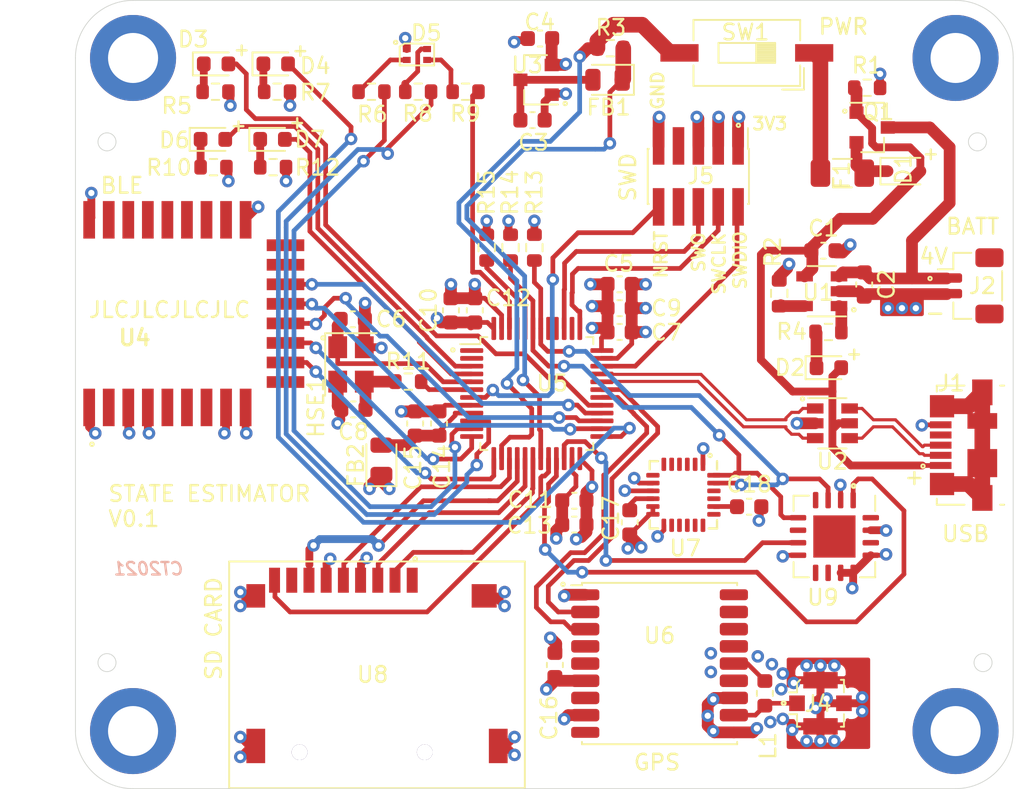
<source format=kicad_pcb>
(kicad_pcb (version 20171130) (host pcbnew "(5.1.10)-1")
  (layers (0 F.Cu signal) (1 In1.Cu power hide) (2 In2.Cu power hide) (31 B.Cu signal) (34 B.Paste user) (35 F.Paste user) (36 B.SilkS user) (37 F.SilkS user) (38 B.Mask user) (39 F.Mask user) (44 Edge.Cuts user))
  (net 0 "")
  (net 1 GND)
  (net 2 +5V)
  (net 3 V_BAT)
  (net 4 "Net-(C3-Pad1)")
  (net 5 +3V3)
  (net 6 HSE_IN)
  (net 7 "Net-(C8-Pad1)")
  (net 8 +3.3VA)
  (net 9 "Net-(C17-Pad1)")
  (net 10 "Net-(C18-Pad1)")
  (net 11 "Net-(D1-Pad1)")
  (net 12 "Net-(D2-Pad1)")
  (net 13 GPS_LED_G)
  (net 14 "Net-(D3-Pad1)")
  (net 15 SD_LED_G)
  (net 16 "Net-(D4-Pad1)")
  (net 17 "Net-(D5-Pad3)")
  (net 18 "Net-(D5-Pad4)")
  (net 19 "Net-(D5-Pad2)")
  (net 20 USB_LED_G)
  (net 21 "Net-(D6-Pad1)")
  (net 22 BLE_LED_G)
  (net 23 "Net-(D7-Pad1)")
  (net 24 "Net-(F1-Pad1)")
  (net 25 "Net-(J1-Pad6)")
  (net 26 "Net-(J1-Pad4)")
  (net 27 USB_CONN_D+)
  (net 28 USB_CONN_D-)
  (net 29 "Net-(J4-Pad1)")
  (net 30 NRST)
  (net 31 SWO)
  (net 32 SWCLK)
  (net 33 SWDIO)
  (net 34 UART2_RX)
  (net 35 UART2_TX)
  (net 36 UART1_TX)
  (net 37 UART1_RX)
  (net 38 I2C1_SDA)
  (net 39 I2C1_SCL)
  (net 40 "Net-(L1-Pad2)")
  (net 41 "Net-(R2-Pad1)")
  (net 42 V_BAT_P)
  (net 43 "Net-(R4-Pad1)")
  (net 44 PWR_LED_R)
  (net 45 PWR_LED_G)
  (net 46 PWR_LED_B)
  (net 47 HSE_OUT)
  (net 48 BOOT0)
  (net 49 USB_D-)
  (net 50 USB_D+)
  (net 51 "Net-(U4-Pad25)")
  (net 52 "Net-(U4-Pad24)")
  (net 53 "Net-(U4-Pad23)")
  (net 54 "Net-(U4-Pad22)")
  (net 55 "Net-(U4-Pad21)")
  (net 56 "Net-(U4-Pad20)")
  (net 57 "Net-(U4-Pad19)")
  (net 58 "Net-(U4-Pad7)")
  (net 59 "Net-(U4-Pad6)")
  (net 60 "Net-(U4-Pad5)")
  (net 61 "Net-(U4-Pad2)")
  (net 62 "Net-(U4-Pad17)")
  (net 63 "Net-(U4-Pad16)")
  (net 64 BLE_EN)
  (net 65 BLE_INT)
  (net 66 BLE_STATUS)
  (net 67 "Net-(U4-Pad10)")
  (net 68 "Net-(U5-Pad45)")
  (net 69 "Net-(U5-Pad41)")
  (net 70 "Net-(U5-Pad40)")
  (net 71 "Net-(U5-Pad38)")
  (net 72 MLX_TRIG)
  (net 73 MLX_RDY)
  (net 74 SD_DETECT)
  (net 75 SPI_CS_SD)
  (net 76 SPI1_MOSI)
  (net 77 SPI1_MISO)
  (net 78 SPI1_SCK)
  (net 79 "Net-(U5-Pad2)")
  (net 80 "Net-(U5-Pad1)")
  (net 81 "Net-(U6-Pad18)")
  (net 82 "Net-(U6-Pad17)")
  (net 83 "Net-(U6-Pad16)")
  (net 84 "Net-(U6-Pad15)")
  (net 85 "Net-(U6-Pad13)")
  (net 86 "Net-(U6-Pad9)")
  (net 87 "Net-(U6-Pad7)")
  (net 88 "Net-(U6-Pad5)")
  (net 89 "Net-(U6-Pad4)")
  (net 90 "Net-(U7-Pad18)")
  (net 91 "Net-(U7-Pad7)")
  (net 92 "Net-(U7-Pad6)")
  (net 93 "Net-(U8-Pad1)")
  (net 94 "Net-(U8-Pad8)")
  (net 95 "Net-(U9-Pad16)")
  (net 96 "Net-(U9-Pad14)")
  (net 97 "Net-(U9-Pad10)")
  (net 98 "Net-(U9-Pad9)")
  (net 99 "Net-(U9-Pad6)")
  (net 100 "Net-(U9-Pad4)")
  (net 101 "Net-(J5-Pad8)")
  (net 102 "Net-(J5-Pad7)")
  (net 103 V_BAT_M)
  (module custom:DL-32-BLE4.2 (layer F.Cu) (at 113.411 82.677 90)
    (fp_text reference U4 (at 4.457 8.359) (layer F.SilkS) (effects (font (thickness 0.2))))
    (fp_text value DS-32-BLE4.2)
    (pad 26 smd rect (at 12 5.45) (size 0.75 2.4) (layers F.Cu F.Paste F.Mask) (net 1 GND))
    (pad 25 smd rect (at 12 6.7) (size 0.75 2.4) (layers F.Cu F.Paste F.Mask) (net 51 "Net-(U4-Pad25)"))
    (pad 24 smd rect (at 12 7.95) (size 0.75 2.4) (layers F.Cu F.Paste F.Mask) (net 52 "Net-(U4-Pad24)"))
    (pad 23 smd rect (at 12 9.2) (size 0.75 2.4) (layers F.Cu F.Paste F.Mask) (net 53 "Net-(U4-Pad23)"))
    (pad 22 smd rect (at 12 10.45) (size 0.75 2.4) (layers F.Cu F.Paste F.Mask) (net 54 "Net-(U4-Pad22)"))
    (pad 21 smd rect (at 12 11.7) (size 0.75 2.4) (layers F.Cu F.Paste F.Mask) (net 55 "Net-(U4-Pad21)"))
    (pad 20 smd rect (at 12 12.95) (size 0.75 2.4) (layers F.Cu F.Paste F.Mask) (net 56 "Net-(U4-Pad20)"))
    (pad 19 smd rect (at 12 14.2) (size 0.75 2.4) (layers F.Cu F.Paste F.Mask) (net 57 "Net-(U4-Pad19)"))
    (pad 9 smd rect (at 0 15.45 180) (size 0.75 2.4) (layers F.Cu F.Paste F.Mask) (net 1 GND))
    (pad 8 smd rect (at 0 14.2 180) (size 0.75 2.4) (layers F.Cu F.Paste F.Mask) (net 5 +3V3))
    (pad 7 smd rect (at 0 12.95 180) (size 0.75 2.4) (layers F.Cu F.Paste F.Mask) (net 58 "Net-(U4-Pad7)"))
    (pad 6 smd rect (at 0 11.7 180) (size 0.75 2.4) (layers F.Cu F.Paste F.Mask) (net 59 "Net-(U4-Pad6)"))
    (pad 5 smd rect (at 0 10.45 180) (size 0.75 2.4) (layers F.Cu F.Paste F.Mask) (net 60 "Net-(U4-Pad5)"))
    (pad 4 smd rect (at 0 9.2 180) (size 0.75 2.4) (layers F.Cu F.Paste F.Mask) (net 1 GND))
    (pad 3 smd rect (at 0 7.95 180) (size 0.75 2.4) (layers F.Cu F.Paste F.Mask) (net 1 GND))
    (pad 2 smd rect (at 0 6.7 180) (size 0.75 2.4) (layers F.Cu F.Paste F.Mask) (net 61 "Net-(U4-Pad2)"))
    (pad 17 smd rect (at 10.375 18 270) (size 0.75 2.4) (layers F.Cu F.Paste F.Mask) (net 62 "Net-(U4-Pad17)"))
    (pad 16 smd rect (at 9.125 18 270) (size 0.75 2.4) (layers F.Cu F.Paste F.Mask) (net 63 "Net-(U4-Pad16)"))
    (pad 15 smd rect (at 7.875 18 270) (size 0.75 2.4) (layers F.Cu F.Paste F.Mask) (net 64 BLE_EN))
    (pad 14 smd rect (at 6.625 18 270) (size 0.75 2.4) (layers F.Cu F.Paste F.Mask) (net 65 BLE_INT))
    (pad 13 smd rect (at 5.375 18 270) (size 0.75 2.4) (layers F.Cu F.Paste F.Mask) (net 66 BLE_STATUS))
    (pad 12 smd rect (at 4.125 18 270) (size 0.75 2.4) (layers F.Cu F.Paste F.Mask) (net 35 UART2_TX))
    (pad 11 smd rect (at 2.875 18 270) (size 0.75 2.4) (layers F.Cu F.Paste F.Mask) (net 34 UART2_RX))
    (pad 18 smd rect (at 12 15.45) (size 0.75 2.4) (layers F.Cu F.Paste F.Mask) (net 1 GND))
    (pad 10 smd rect (at 1.625 18 270) (size 0.75 2.4) (layers F.Cu F.Paste F.Mask) (net 67 "Net-(U4-Pad10)"))
    (pad 1 smd rect (at 0 5.45 180) (size 0.75 2.4) (layers F.Cu F.Paste F.Mask) (net 1 GND))
  )
  (module custom:MICRO_SD_TF-15 (layer F.Cu) (at 137.26 104.73)
    (fp_text reference U8 (at -0.277 -4.965) (layer F.SilkS))
    (fp_text value Micro_SD_TF-15)
    (pad 1 smd rect (at 2.25 -11) (size 0.7 1.6) (layers F.Cu F.Paste F.Mask) (net 93 "Net-(U8-Pad1)"))
    (pad 2 smd rect (at 1.15 -11) (size 0.7 1.6) (layers F.Cu F.Paste F.Mask) (net 75 SPI_CS_SD))
    (pad 3 smd rect (at 0.05 -11) (size 0.7 1.6) (layers F.Cu F.Paste F.Mask) (net 76 SPI1_MOSI))
    (pad 4 smd rect (at -1.05 -11) (size 0.7 1.6) (layers F.Cu F.Paste F.Mask) (net 5 +3V3))
    (pad 5 smd rect (at -2.15 -11) (size 0.7 1.6) (layers F.Cu F.Paste F.Mask) (net 78 SPI1_SCK))
    (pad 6 smd rect (at -3.25 -11) (size 0.7 1.6) (layers F.Cu F.Paste F.Mask) (net 1 GND))
    (pad 7 smd rect (at -4.35 -11) (size 0.7 1.6) (layers F.Cu F.Paste F.Mask) (net 77 SPI1_MISO))
    (pad 8 smd rect (at -5.45 -11) (size 0.7 1.6) (layers F.Cu F.Paste F.Mask) (net 94 "Net-(U8-Pad8)"))
    (pad 6 smd rect (at -7.75 -10) (size 1.2 1.5) (layers F.Cu F.Paste F.Mask) (net 1 GND))
    (pad 6 smd rect (at -7.75 -0.4) (size 1.2 2.2) (layers F.Cu F.Paste F.Mask) (net 1 GND))
    (pad 6 smd rect (at 7.75 -0.4) (size 1.2 2.2) (layers F.Cu F.Paste F.Mask) (net 1 GND))
    (pad 6 smd rect (at 6.85 -10) (size 1.6 1.5) (layers F.Cu F.Paste F.Mask) (net 1 GND))
    (pad "" thru_hole circle (at -4.95 0) (size 1 1) (drill 1) (layers *.Cu *.Mask))
    (pad "" thru_hole circle (at 3.05 0) (size 1 1) (drill 1) (layers *.Cu *.Mask))
    (pad 9 smd rect (at -6.55 -11) (size 0.7 1.6) (layers F.Cu F.Paste F.Mask) (net 74 SD_DETECT))
  )
  (module Button_Switch_SMD:SW_DIP_SPSTx01_Slide_6.7x4.1mm_W8.61mm_P2.54mm_LowProfile (layer F.Cu) (at 160.9 60 180)
    (fp_text reference SW1 (at 0.09 1.32) (layer F.SilkS))
    (fp_text value ON_OFF)
    (pad 1 smd rect (at -4.305 0 180) (size 2.44 1.12) (layers F.Cu F.Paste F.Mask) (net 24 "Net-(F1-Pad1)"))
    (pad 2 smd rect (at 4.305 0 180) (size 2.44 1.12) (layers F.Cu F.Paste F.Mask) (net 42 V_BAT_P))
  )
  (module Connector_PinHeader_1.27mm:PinHeader_2x05_P1.27mm_Vertical_SMD (layer F.Cu) (at 157.8 67.9 270)
    (fp_text reference J5 (at -0.02 -0.16 180) (layer F.SilkS))
    (fp_text value Conn_02x05_Odd_Even)
    (pad 1 smd rect (at -1.95 -2.54 270) (size 2.4 0.74) (layers F.Cu F.Paste F.Mask) (net 5 +3V3))
    (pad 2 smd rect (at 1.95 -2.54 270) (size 2.4 0.74) (layers F.Cu F.Paste F.Mask) (net 33 SWDIO))
    (pad 3 smd rect (at -1.95 -1.27 270) (size 2.4 0.74) (layers F.Cu F.Paste F.Mask) (net 1 GND))
    (pad 4 smd rect (at 1.95 -1.27 270) (size 2.4 0.74) (layers F.Cu F.Paste F.Mask) (net 32 SWCLK))
    (pad 5 smd rect (at -1.95 0 270) (size 2.4 0.74) (layers F.Cu F.Paste F.Mask) (net 1 GND))
    (pad 6 smd rect (at 1.95 0 270) (size 2.4 0.74) (layers F.Cu F.Paste F.Mask) (net 31 SWO))
    (pad 7 smd rect (at -1.95 1.27 270) (size 2.4 0.74) (layers F.Cu F.Paste F.Mask) (net 102 "Net-(J5-Pad7)"))
    (pad 8 smd rect (at 1.95 1.27 270) (size 2.4 0.74) (layers F.Cu F.Paste F.Mask) (net 101 "Net-(J5-Pad8)"))
    (pad 9 smd rect (at -1.95 2.54 270) (size 2.4 0.74) (layers F.Cu F.Paste F.Mask) (net 1 GND))
    (pad 10 smd rect (at 1.95 2.54 270) (size 2.4 0.74) (layers F.Cu F.Paste F.Mask) (net 30 NRST))
  )
  (module Package_QFP:LQFP-48_7x7mm_P0.5mm (layer F.Cu) (at 147.4755 81.788)
    (fp_text reference U5 (at 0.9845 -0.658) (layer F.SilkS))
    (fp_text value STM32L151C8TxA)
    (pad 48 smd roundrect (at -2.75 -4.1625) (size 0.3 1.475) (layers F.Cu F.Paste F.Mask) (net 5 +3V3))
    (pad 47 smd roundrect (at -2.25 -4.1625) (size 0.3 1.475) (layers F.Cu F.Paste F.Mask) (net 1 GND))
    (pad 46 smd roundrect (at -1.75 -4.1625) (size 0.3 1.475) (layers F.Cu F.Paste F.Mask) (net 46 PWR_LED_B))
    (pad 45 smd roundrect (at -1.25 -4.1625) (size 0.3 1.475) (layers F.Cu F.Paste F.Mask) (net 68 "Net-(U5-Pad45)"))
    (pad 44 smd roundrect (at -0.75 -4.1625) (size 0.3 1.475) (layers F.Cu F.Paste F.Mask) (net 48 BOOT0))
    (pad 43 smd roundrect (at -0.25 -4.1625) (size 0.3 1.475) (layers F.Cu F.Paste F.Mask) (net 38 I2C1_SDA))
    (pad 42 smd roundrect (at 0.25 -4.1625) (size 0.3 1.475) (layers F.Cu F.Paste F.Mask) (net 39 I2C1_SCL))
    (pad 41 smd roundrect (at 0.75 -4.1625) (size 0.3 1.475) (layers F.Cu F.Paste F.Mask) (net 69 "Net-(U5-Pad41)"))
    (pad 40 smd roundrect (at 1.25 -4.1625) (size 0.3 1.475) (layers F.Cu F.Paste F.Mask) (net 70 "Net-(U5-Pad40)"))
    (pad 39 smd roundrect (at 1.75 -4.1625) (size 0.3 1.475) (layers F.Cu F.Paste F.Mask) (net 31 SWO))
    (pad 38 smd roundrect (at 2.25 -4.1625) (size 0.3 1.475) (layers F.Cu F.Paste F.Mask) (net 71 "Net-(U5-Pad38)"))
    (pad 37 smd roundrect (at 2.75 -4.1625) (size 0.3 1.475) (layers F.Cu F.Paste F.Mask) (net 32 SWCLK))
    (pad 36 smd roundrect (at 4.1625 -2.75) (size 1.475 0.3) (layers F.Cu F.Paste F.Mask) (net 5 +3V3))
    (pad 35 smd roundrect (at 4.1625 -2.25) (size 1.475 0.3) (layers F.Cu F.Paste F.Mask) (net 1 GND))
    (pad 34 smd roundrect (at 4.1625 -1.75) (size 1.475 0.3) (layers F.Cu F.Paste F.Mask) (net 33 SWDIO))
    (pad 33 smd roundrect (at 4.1625 -1.25) (size 1.475 0.3) (layers F.Cu F.Paste F.Mask) (net 50 USB_D+))
    (pad 32 smd roundrect (at 4.1625 -0.75) (size 1.475 0.3) (layers F.Cu F.Paste F.Mask) (net 49 USB_D-))
    (pad 31 smd roundrect (at 4.1625 -0.25) (size 1.475 0.3) (layers F.Cu F.Paste F.Mask) (net 37 UART1_RX))
    (pad 30 smd roundrect (at 4.1625 0.25) (size 1.475 0.3) (layers F.Cu F.Paste F.Mask) (net 36 UART1_TX))
    (pad 29 smd roundrect (at 4.1625 0.75) (size 1.475 0.3) (layers F.Cu F.Paste F.Mask) (net 13 GPS_LED_G))
    (pad 28 smd roundrect (at 4.1625 1.25) (size 1.475 0.3) (layers F.Cu F.Paste F.Mask) (net 64 BLE_EN))
    (pad 27 smd roundrect (at 4.1625 1.75) (size 1.475 0.3) (layers F.Cu F.Paste F.Mask) (net 66 BLE_STATUS))
    (pad 26 smd roundrect (at 4.1625 2.25) (size 1.475 0.3) (layers F.Cu F.Paste F.Mask) (net 65 BLE_INT))
    (pad 25 smd roundrect (at 4.1625 2.75) (size 1.475 0.3) (layers F.Cu F.Paste F.Mask) (net 15 SD_LED_G))
    (pad 24 smd roundrect (at 2.75 4.1625) (size 0.3 1.475) (layers F.Cu F.Paste F.Mask) (net 5 +3V3))
    (pad 23 smd roundrect (at 2.25 4.1625) (size 0.3 1.475) (layers F.Cu F.Paste F.Mask) (net 1 GND))
    (pad 22 smd roundrect (at 1.75 4.1625) (size 0.3 1.475) (layers F.Cu F.Paste F.Mask) (net 72 MLX_TRIG))
    (pad 21 smd roundrect (at 1.25 4.1625) (size 0.3 1.475) (layers F.Cu F.Paste F.Mask) (net 73 MLX_RDY))
    (pad 20 smd roundrect (at 0.75 4.1625) (size 0.3 1.475) (layers F.Cu F.Paste F.Mask) (net 74 SD_DETECT))
    (pad 19 smd roundrect (at 0.25 4.1625) (size 0.3 1.475) (layers F.Cu F.Paste F.Mask) (net 103 V_BAT_M))
    (pad 18 smd roundrect (at -0.25 4.1625) (size 0.3 1.475) (layers F.Cu F.Paste F.Mask) (net 75 SPI_CS_SD))
    (pad 17 smd roundrect (at -0.75 4.1625) (size 0.3 1.475) (layers F.Cu F.Paste F.Mask) (net 76 SPI1_MOSI))
    (pad 16 smd roundrect (at -1.25 4.1625) (size 0.3 1.475) (layers F.Cu F.Paste F.Mask) (net 77 SPI1_MISO))
    (pad 15 smd roundrect (at -1.75 4.1625) (size 0.3 1.475) (layers F.Cu F.Paste F.Mask) (net 78 SPI1_SCK))
    (pad 14 smd roundrect (at -2.25 4.1625) (size 0.3 1.475) (layers F.Cu F.Paste F.Mask) (net 42 V_BAT_P))
    (pad 13 smd roundrect (at -2.75 4.1625) (size 0.3 1.475) (layers F.Cu F.Paste F.Mask) (net 34 UART2_RX))
    (pad 12 smd roundrect (at -4.1625 2.75) (size 1.475 0.3) (layers F.Cu F.Paste F.Mask) (net 35 UART2_TX))
    (pad 11 smd roundrect (at -4.1625 2.25) (size 1.475 0.3) (layers F.Cu F.Paste F.Mask) (net 44 PWR_LED_R))
    (pad 10 smd roundrect (at -4.1625 1.75) (size 1.475 0.3) (layers F.Cu F.Paste F.Mask) (net 45 PWR_LED_G))
    (pad 9 smd roundrect (at -4.1625 1.25) (size 1.475 0.3) (layers F.Cu F.Paste F.Mask) (net 8 +3.3VA))
    (pad 8 smd roundrect (at -4.1625 0.75) (size 1.475 0.3) (layers F.Cu F.Paste F.Mask) (net 1 GND))
    (pad 7 smd roundrect (at -4.1625 0.25) (size 1.475 0.3) (layers F.Cu F.Paste F.Mask) (net 30 NRST))
    (pad 6 smd roundrect (at -4.1625 -0.25) (size 1.475 0.3) (layers F.Cu F.Paste F.Mask) (net 47 HSE_OUT))
    (pad 5 smd roundrect (at -4.1625 -0.75) (size 1.475 0.3) (layers F.Cu F.Paste F.Mask) (net 6 HSE_IN))
    (pad 4 smd roundrect (at -4.1625 -1.25) (size 1.475 0.3) (layers F.Cu F.Paste F.Mask) (net 22 BLE_LED_G))
    (pad 3 smd roundrect (at -4.1625 -1.75) (size 1.475 0.3) (layers F.Cu F.Paste F.Mask) (net 20 USB_LED_G))
    (pad 2 smd roundrect (at -4.1625 -2.25) (size 1.475 0.3) (layers F.Cu F.Paste F.Mask) (net 79 "Net-(U5-Pad2)"))
    (pad 1 smd roundrect (at -4.1625 -2.75) (size 1.475 0.3) (layers F.Cu F.Paste F.Mask) (net 80 "Net-(U5-Pad1)"))
  )
  (module MountingHole:MountingHole_3.2mm_M3_ISO14580_Pad (layer F.Cu) (at 121.666 60.325)
    (fp_text reference H4)
    (fp_text value MountingHole_Pad)
    (pad 1 thru_hole circle (at 0 0) (size 5.5 5.5) (drill 3.2) (layers *.Cu *.Mask) (net 1 GND))
  )
  (module MountingHole:MountingHole_3.2mm_M3_ISO14580_Pad (layer F.Cu) (at 174.244 60.325)
    (fp_text reference H3)
    (fp_text value MountingHole_Pad)
    (pad 1 thru_hole circle (at 0 0) (size 5.5 5.5) (drill 3.2) (layers *.Cu *.Mask) (net 1 GND))
  )
  (module MountingHole:MountingHole_3.2mm_M3_ISO14580_Pad (layer F.Cu) (at 174.244 103.378)
    (fp_text reference H2)
    (fp_text value MountingHole_Pad)
    (pad 1 thru_hole circle (at 0 0) (size 5.5 5.5) (drill 3.2) (layers *.Cu *.Mask) (net 1 GND))
  )
  (module MountingHole:MountingHole_3.2mm_M3_ISO14580_Pad (layer F.Cu) (at 121.666 103.378)
    (fp_text reference H1)
    (fp_text value MountingHole_Pad)
    (pad 1 thru_hole circle (at 0 0) (size 5.5 5.5) (drill 3.2) (layers *.Cu *.Mask) (net 1 GND))
  )
  (module Capacitor_SMD:C_0603_1608Metric (layer F.Cu) (at 165.795 72.65)
    (fp_text reference C1 (at 0 -1.43) (layer F.SilkS))
    (fp_text value 4.7uF)
    (pad 1 smd roundrect (at -0.775 0) (size 0.9 0.95) (layers F.Cu F.Paste F.Mask) (net 2 +5V))
    (pad 2 smd roundrect (at 0.775 0) (size 0.9 0.95) (layers F.Cu F.Paste F.Mask) (net 1 GND))
  )
  (module Capacitor_SMD:C_0603_1608Metric (layer F.Cu) (at 168.402 74.816 270)
    (fp_text reference C2 (at 0 -1.43 90) (layer F.SilkS))
    (fp_text value 4.7uF)
    (pad 2 smd roundrect (at 0.775 0 270) (size 0.9 0.95) (layers F.Cu F.Paste F.Mask) (net 1 GND))
    (pad 1 smd roundrect (at -0.775 0 270) (size 0.9 0.95) (layers F.Cu F.Paste F.Mask) (net 3 V_BAT))
  )
  (module Capacitor_SMD:C_0603_1608Metric (layer F.Cu) (at 147.2 64.3)
    (fp_text reference C3 (at 0.06 1.43) (layer F.SilkS))
    (fp_text value 1u)
    (pad 2 smd roundrect (at 0.775 0) (size 0.9 0.95) (layers F.Cu F.Paste F.Mask) (net 1 GND))
    (pad 1 smd roundrect (at -0.775 0) (size 0.9 0.95) (layers F.Cu F.Paste F.Mask) (net 4 "Net-(C3-Pad1)"))
  )
  (module Capacitor_SMD:C_0603_1608Metric (layer F.Cu) (at 147.679 59.082 180)
    (fp_text reference C4 (at 0.019 1.052) (layer F.SilkS))
    (fp_text value 1u)
    (pad 1 smd roundrect (at -0.775 0 180) (size 0.9 0.95) (layers F.Cu F.Paste F.Mask) (net 5 +3V3))
    (pad 2 smd roundrect (at 0.775 0 180) (size 0.9 0.95) (layers F.Cu F.Paste F.Mask) (net 1 GND))
  )
  (module Capacitor_SMD:C_0603_1608Metric (layer F.Cu) (at 152.768 74.803)
    (fp_text reference C5 (at -0.058 -1.323) (layer F.SilkS))
    (fp_text value 10u)
    (pad 1 smd roundrect (at -0.775 0) (size 0.9 0.95) (layers F.Cu F.Paste F.Mask) (net 5 +3V3))
    (pad 2 smd roundrect (at 0.775 0) (size 0.9 0.95) (layers F.Cu F.Paste F.Mask) (net 1 GND))
  )
  (module Capacitor_SMD:C_0603_1608Metric (layer F.Cu) (at 135.71 77.04)
    (fp_text reference C6 (at 2.45 -0.01) (layer F.SilkS))
    (fp_text value 14pF)
    (pad 2 smd roundrect (at 0.775 0) (size 0.9 0.95) (layers F.Cu F.Paste F.Mask) (net 1 GND))
    (pad 1 smd roundrect (at -0.775 0) (size 0.9 0.95) (layers F.Cu F.Paste F.Mask) (net 6 HSE_IN))
  )
  (module Capacitor_SMD:C_0603_1608Metric (layer F.Cu) (at 152.768 77.851)
    (fp_text reference C7 (at 2.992 0.029) (layer F.SilkS))
    (fp_text value 100n)
    (pad 1 smd roundrect (at -0.775 0) (size 0.9 0.95) (layers F.Cu F.Paste F.Mask) (net 5 +3V3))
    (pad 2 smd roundrect (at 0.775 0) (size 0.9 0.95) (layers F.Cu F.Paste F.Mask) (net 1 GND))
  )
  (module Capacitor_SMD:C_0603_1608Metric (layer F.Cu) (at 135.75 82.804 180)
    (fp_text reference C8 (at 0 -1.43) (layer F.SilkS))
    (fp_text value 14pF)
    (pad 1 smd roundrect (at -0.775 0 180) (size 0.9 0.95) (layers F.Cu F.Paste F.Mask) (net 7 "Net-(C8-Pad1)"))
    (pad 2 smd roundrect (at 0.775 0 180) (size 0.9 0.95) (layers F.Cu F.Paste F.Mask) (net 1 GND))
  )
  (module Capacitor_SMD:C_0603_1608Metric (layer F.Cu) (at 152.768 76.327)
    (fp_text reference C9 (at 2.992 0.003) (layer F.SilkS))
    (fp_text value 100n)
    (pad 2 smd roundrect (at 0.775 0) (size 0.9 0.95) (layers F.Cu F.Paste F.Mask) (net 1 GND))
    (pad 1 smd roundrect (at -0.775 0) (size 0.9 0.95) (layers F.Cu F.Paste F.Mask) (net 5 +3V3))
  )
  (module Capacitor_SMD:C_0603_1608Metric (layer F.Cu) (at 141.986 76.467 90)
    (fp_text reference C10 (at 0 -1.43 90) (layer F.SilkS))
    (fp_text value 100n)
    (pad 1 smd roundrect (at -0.775 0 90) (size 0.9 0.95) (layers F.Cu F.Paste F.Mask) (net 5 +3V3))
    (pad 2 smd roundrect (at 0.775 0 90) (size 0.9 0.95) (layers F.Cu F.Paste F.Mask) (net 1 GND))
  )
  (module Capacitor_SMD:C_0603_1608Metric (layer F.Cu) (at 149.873 88.646 180)
    (fp_text reference C11 (at 2.813 0.066) (layer F.SilkS))
    (fp_text value 100n)
    (pad 2 smd roundrect (at 0.775 0 180) (size 0.9 0.95) (layers F.Cu F.Paste F.Mask) (net 1 GND))
    (pad 1 smd roundrect (at -0.775 0 180) (size 0.9 0.95) (layers F.Cu F.Paste F.Mask) (net 5 +3V3))
  )
  (module Capacitor_SMD:C_0603_1608Metric (layer F.Cu) (at 143.51 76.467 90)
    (fp_text reference C12 (at 0.787 2.15 180) (layer F.SilkS))
    (fp_text value 100n)
    (pad 1 smd roundrect (at -0.775 0 90) (size 0.9 0.95) (layers F.Cu F.Paste F.Mask) (net 5 +3V3))
    (pad 2 smd roundrect (at 0.775 0 90) (size 0.9 0.95) (layers F.Cu F.Paste F.Mask) (net 1 GND))
  )
  (module Capacitor_SMD:C_0603_1608Metric (layer F.Cu) (at 149.873 90.17 180)
    (fp_text reference C13 (at 2.863 -0.06) (layer F.SilkS))
    (fp_text value 100n)
    (pad 2 smd roundrect (at 0.775 0 180) (size 0.9 0.95) (layers F.Cu F.Paste F.Mask) (net 1 GND))
    (pad 1 smd roundrect (at -0.775 0 180) (size 0.9 0.95) (layers F.Cu F.Paste F.Mask) (net 5 +3V3))
  )
  (module Capacitor_SMD:C_0603_1608Metric (layer F.Cu) (at 141.224 83.706 90)
    (fp_text reference C14 (at -2.774 0.186 90) (layer F.SilkS))
    (fp_text value 100n)
    (pad 2 smd roundrect (at 0.775 0 90) (size 0.9 0.95) (layers F.Cu F.Paste F.Mask) (net 1 GND))
    (pad 1 smd roundrect (at -0.775 0 90) (size 0.9 0.95) (layers F.Cu F.Paste F.Mask) (net 8 +3.3VA))
  )
  (module Capacitor_SMD:C_0603_1608Metric (layer F.Cu) (at 139.7 83.706 90)
    (fp_text reference C15 (at -2.824 -0.14 90) (layer F.SilkS))
    (fp_text value 10n)
    (pad 2 smd roundrect (at 0.775 0 90) (size 0.9 0.95) (layers F.Cu F.Paste F.Mask) (net 1 GND))
    (pad 1 smd roundrect (at -0.775 0 90) (size 0.9 0.95) (layers F.Cu F.Paste F.Mask) (net 8 +3.3VA))
  )
  (module Capacitor_SMD:C_0603_1608Metric (layer F.Cu) (at 148.63 99.15 90)
    (fp_text reference C16 (at -3.38 -0.37 90) (layer F.SilkS))
    (fp_text value 10u)
    (pad 1 smd roundrect (at -0.775 0 90) (size 0.9 0.95) (layers F.Cu F.Paste F.Mask) (net 5 +3V3))
    (pad 2 smd roundrect (at 0.775 0 90) (size 0.9 0.95) (layers F.Cu F.Paste F.Mask) (net 1 GND))
  )
  (module Capacitor_SMD:C_0603_1608Metric (layer F.Cu) (at 153.416 90.03 270)
    (fp_text reference C17 (at -0.25 1.206 90) (layer F.SilkS))
    (fp_text value 0.1u)
    (pad 2 smd roundrect (at 0.775 0 270) (size 0.9 0.95) (layers F.Cu F.Paste F.Mask) (net 1 GND))
    (pad 1 smd roundrect (at -0.775 0 270) (size 0.9 0.95) (layers F.Cu F.Paste F.Mask) (net 9 "Net-(C17-Pad1)"))
  )
  (module Capacitor_SMD:C_0603_1608Metric (layer F.Cu) (at 161.049 89.027)
    (fp_text reference C18 (at 0 -1.43) (layer F.SilkS))
    (fp_text value 2.2n)
    (pad 1 smd roundrect (at -0.775 0) (size 0.9 0.95) (layers F.Cu F.Paste F.Mask) (net 10 "Net-(C18-Pad1)"))
    (pad 2 smd roundrect (at 0.775 0) (size 0.9 0.95) (layers F.Cu F.Paste F.Mask) (net 1 GND))
  )
  (module Diode_SMD:D_SOD-323 (layer F.Cu) (at 170.942 67.564)
    (fp_text reference D1 (at -0.032 -0.134 90) (layer F.SilkS))
    (fp_text value D_Schottky)
    (pad 2 smd rect (at 1.05 0) (size 0.6 0.45) (layers F.Cu F.Paste F.Mask) (net 2 +5V))
    (pad 1 smd rect (at -1.05 0) (size 0.6 0.45) (layers F.Cu F.Paste F.Mask) (net 11 "Net-(D1-Pad1)"))
  )
  (module LED_SMD:LED_0603_1608Metric (layer F.Cu) (at 166.1415 80.137)
    (fp_text reference D2 (at -2.4815 -0.007) (layer F.SilkS))
    (fp_text value CHARGE_LED_R)
    (pad 2 smd roundrect (at 0.7875 0) (size 0.875 0.95) (layers F.Cu F.Paste F.Mask) (net 2 +5V))
    (pad 1 smd roundrect (at -0.7875 0) (size 0.875 0.95) (layers F.Cu F.Paste F.Mask) (net 12 "Net-(D2-Pad1)"))
  )
  (module LED_SMD:LED_0603_1608Metric (layer F.Cu) (at 126.9745 60.706)
    (fp_text reference D3 (at -1.4645 -1.576) (layer F.SilkS))
    (fp_text value GPS_STATUS)
    (pad 1 smd roundrect (at -0.7875 0) (size 0.875 0.95) (layers F.Cu F.Paste F.Mask) (net 14 "Net-(D3-Pad1)"))
    (pad 2 smd roundrect (at 0.7875 0) (size 0.875 0.95) (layers F.Cu F.Paste F.Mask) (net 13 GPS_LED_G))
  )
  (module LED_SMD:LED_0603_1608Metric (layer F.Cu) (at 130.7845 60.706)
    (fp_text reference D4 (at 2.5255 0.124) (layer F.SilkS))
    (fp_text value SD_ACT)
    (pad 2 smd roundrect (at 0.7875 0) (size 0.875 0.95) (layers F.Cu F.Paste F.Mask) (net 15 SD_LED_G))
    (pad 1 smd roundrect (at -0.7875 0) (size 0.875 0.95) (layers F.Cu F.Paste F.Mask) (net 16 "Net-(D4-Pad1)"))
  )
  (module custom:APHF1608LSEEQBDZGKC (layer F.Cu) (at 139.812 60.102)
    (fp_text reference D5 (at 0.598 -1.372) (layer F.SilkS))
    (fp_text value BATT_STAT)
    (pad 3 smd rect (at 0.65 0.35) (size 0.5 0.4) (layers F.Cu F.Paste F.Mask) (net 17 "Net-(D5-Pad3)"))
    (pad 4 smd rect (at 0.65 -0.35) (size 0.5 0.4) (layers F.Cu F.Paste F.Mask) (net 18 "Net-(D5-Pad4)"))
    (pad 2 smd rect (at -0.65 0.35) (size 0.5 0.4) (layers F.Cu F.Paste F.Mask) (net 19 "Net-(D5-Pad2)"))
    (pad 1 smd rect (at -0.65 -0.35) (size 0.5 0.4) (layers F.Cu F.Paste F.Mask) (net 5 +3V3))
  )
  (module LED_SMD:LED_0603_1608Metric (layer F.Cu) (at 126.7715 65.532)
    (fp_text reference D6 (at -2.4615 0.048) (layer F.SilkS))
    (fp_text value USB_ACT)
    (pad 1 smd roundrect (at -0.7875 0) (size 0.875 0.95) (layers F.Cu F.Paste F.Mask) (net 21 "Net-(D6-Pad1)"))
    (pad 2 smd roundrect (at 0.7875 0) (size 0.875 0.95) (layers F.Cu F.Paste F.Mask) (net 20 USB_LED_G))
  )
  (module LED_SMD:LED_0603_1608Metric (layer F.Cu) (at 130.5815 65.532)
    (fp_text reference D7 (at 2.3785 -0.002) (layer F.SilkS))
    (fp_text value BLE_CON)
    (pad 2 smd roundrect (at 0.7875 0) (size 0.875 0.95) (layers F.Cu F.Paste F.Mask) (net 22 BLE_LED_G))
    (pad 1 smd roundrect (at -0.7875 0) (size 0.875 0.95) (layers F.Cu F.Paste F.Mask) (net 23 "Net-(D7-Pad1)"))
  )
  (module Fuse:Fuse_1206_3216Metric (layer F.Cu) (at 167.005 67.691)
    (fp_text reference F1 (at -0.045 0.139 90) (layer F.SilkS))
    (fp_text value 500mA)
    (pad 2 smd roundrect (at 1.4 0) (size 1.25 1.75) (layers F.Cu F.Paste F.Mask) (roundrect_rratio 0.2) (net 11 "Net-(D1-Pad1)"))
    (pad 1 smd roundrect (at -1.4 0) (size 1.25 1.75) (layers F.Cu F.Paste F.Mask) (roundrect_rratio 0.2) (net 24 "Net-(F1-Pad1)"))
  )
  (module Diode_SMD:D_0805_2012Metric (layer F.Cu) (at 151.997 61.722 180)
    (fp_text reference FB1 (at -0.063 -1.758) (layer F.SilkS))
    (fp_text value "100 @ 100 MHz")
    (pad 2 smd roundrect (at 0.9375 0 180) (size 0.975 1.4) (layers F.Cu F.Paste F.Mask) (net 4 "Net-(C3-Pad1)"))
    (pad 1 smd roundrect (at -0.9375 0 180) (size 0.975 1.4) (layers F.Cu F.Paste F.Mask) (net 103 V_BAT_M))
  )
  (module Diode_SMD:D_0805_2012Metric (layer F.Cu) (at 137.541 86.0275 90)
    (fp_text reference FB2 (at -0.3525 -1.631 90) (layer F.SilkS))
    (fp_text value "100 @ 100 MHz")
    (pad 1 smd roundrect (at -0.9375 0 90) (size 0.975 1.4) (layers F.Cu F.Paste F.Mask) (net 5 +3V3))
    (pad 2 smd roundrect (at 0.9375 0 90) (size 0.975 1.4) (layers F.Cu F.Paste F.Mask) (net 8 +3.3VA))
  )
  (module Crystal:Crystal_SMD_3225-4Pin_3.2x2.5mm (layer F.Cu) (at 135.597 79.926 270)
    (fp_text reference HSE1 (at 2.754 2.237 90) (layer F.SilkS))
    (fp_text value 24MHz)
    (pad 4 smd rect (at -1.1 -0.85 270) (size 1.4 1.2) (layers F.Cu F.Paste F.Mask) (net 1 GND))
    (pad 3 smd rect (at 1.1 -0.85 270) (size 1.4 1.2) (layers F.Cu F.Paste F.Mask) (net 7 "Net-(C8-Pad1)"))
    (pad 2 smd rect (at 1.1 0.85 270) (size 1.4 1.2) (layers F.Cu F.Paste F.Mask) (net 1 GND))
    (pad 1 smd rect (at -1.1 0.85 270) (size 1.4 1.2) (layers F.Cu F.Paste F.Mask) (net 6 HSE_IN))
  )
  (module Connector_USB:USB_Micro-B_Molex_47346-0001 (layer F.Cu) (at 174.752 85.09 90)
    (fp_text reference J1 (at 3.96 -0.792) (layer F.SilkS))
    (fp_text value USB_OTG)
    (pad 6 smd rect (at 1.55 1.2 90) (size 1 1.9) (layers F.Cu F.Paste F.Mask) (net 25 "Net-(J1-Pad6)"))
    (pad 6 smd rect (at -1.15 1.2 90) (size 1.8 1.9) (layers F.Cu F.Paste F.Mask) (net 25 "Net-(J1-Pad6)"))
    (pad 6 smd rect (at 3.375 1.2 90) (size 1.65 1.3) (layers F.Cu F.Paste F.Mask) (net 25 "Net-(J1-Pad6)"))
    (pad 6 smd rect (at -3.375 1.2 90) (size 1.65 1.3) (layers F.Cu F.Paste F.Mask) (net 25 "Net-(J1-Pad6)"))
    (pad 6 smd rect (at 2.4875 -1.375 90) (size 1.425 1.55) (layers F.Cu F.Paste F.Mask) (net 25 "Net-(J1-Pad6)"))
    (pad 6 smd rect (at -2.4875 -1.375 90) (size 1.425 1.55) (layers F.Cu F.Paste F.Mask) (net 25 "Net-(J1-Pad6)"))
    (pad 5 smd rect (at 1.3 -1.46 90) (size 0.45 1.38) (layers F.Cu F.Paste F.Mask) (net 1 GND))
    (pad 4 smd rect (at 0.65 -1.46 90) (size 0.45 1.38) (layers F.Cu F.Paste F.Mask) (net 26 "Net-(J1-Pad4)"))
    (pad 3 smd rect (at 0 -1.46 90) (size 0.45 1.38) (layers F.Cu F.Paste F.Mask) (net 27 USB_CONN_D+))
    (pad 2 smd rect (at -0.65 -1.46 90) (size 0.45 1.38) (layers F.Cu F.Paste F.Mask) (net 28 USB_CONN_D-))
    (pad 1 smd rect (at -1.3 -1.46 90) (size 0.45 1.38) (layers F.Cu F.Paste F.Mask) (net 2 +5V))
  )
  (module Connector_JST:JST_SH_BM02B-SRSS-TB_1x02-1MP_P1.00mm_Vertical (layer F.Cu) (at 175.21 74.9 270)
    (fp_text reference J2 (at 0 -0.75 180) (layer F.SilkS))
    (fp_text value JST_BATT)
    (pad 1 smd roundrect (at -0.5 1.325 270) (size 0.6 1.55) (layers F.Cu F.Paste F.Mask) (net 3 V_BAT))
    (pad 2 smd roundrect (at 0.5 1.325 270) (size 0.6 1.55) (layers F.Cu F.Paste F.Mask) (net 1 GND))
    (pad MP smd roundrect (at -1.8 -1.2 270) (size 1.2 1.8) (layers F.Cu F.Paste F.Mask) (roundrect_rratio 0.2083325))
    (pad MP smd roundrect (at 1.8 -1.2 270) (size 1.2 1.8) (layers F.Cu F.Paste F.Mask) (roundrect_rratio 0.2083325))
  )
  (module Connector_Coaxial:U.FL_Molex_MCRF_73412-0110_Vertical (layer F.Cu) (at 165.608 101.6 270)
    (fp_text reference J4 (at 0.03 0.148 180) (layer F.SilkS))
    (fp_text value Conn_Coaxial)
    (pad 1 smd rect (at 0 1.5 270) (size 1 1) (layers F.Cu F.Paste F.Mask) (net 29 "Net-(J4-Pad1)"))
    (pad 2 smd rect (at 0 -1.5 270) (size 1 1) (layers F.Cu F.Paste F.Mask) (net 1 GND))
    (pad 2 smd rect (at 1.475 0 270) (size 1.05 2.2) (layers F.Cu F.Paste F.Mask) (net 1 GND))
    (pad 2 smd rect (at -1.475 0 270) (size 1.05 2.2) (layers F.Cu F.Paste F.Mask) (net 1 GND))
  )
  (module Inductor_SMD:L_0603_1608Metric (layer F.Cu) (at 162.052 100.965 90)
    (fp_text reference L1 (at -3.365 0.208 90) (layer F.SilkS))
    (fp_text value 27nH)
    (pad 2 smd roundrect (at 0.7875 0 90) (size 0.875 0.95) (layers F.Cu F.Paste F.Mask) (net 40 "Net-(L1-Pad2)"))
    (pad 1 smd roundrect (at -0.7875 0 90) (size 0.875 0.95) (layers F.Cu F.Paste F.Mask) (net 29 "Net-(J4-Pad1)"))
  )
  (module Package_TO_SOT_SMD:SOT-23 (layer F.Cu) (at 168.91 64.77)
    (fp_text reference Q1 (at 0.4 -0.99 180) (layer F.SilkS))
    (fp_text value PWR_PMOS)
    (pad 3 smd rect (at 1 0) (size 0.9 0.8) (layers F.Cu F.Paste F.Mask) (net 3 V_BAT))
    (pad 2 smd rect (at -1 0.95) (size 0.9 0.8) (layers F.Cu F.Paste F.Mask) (net 11 "Net-(D1-Pad1)"))
    (pad 1 smd rect (at -1 -0.95) (size 0.9 0.8) (layers F.Cu F.Paste F.Mask) (net 2 +5V))
  )
  (module Resistor_SMD:R_0603_1608Metric (layer F.Cu) (at 168.592 62.23)
    (fp_text reference R1 (at 0 -1.43) (layer F.SilkS))
    (fp_text value 10k)
    (pad 1 smd roundrect (at -0.825 0) (size 0.8 0.95) (layers F.Cu F.Paste F.Mask) (net 2 +5V))
    (pad 2 smd roundrect (at 0.825 0) (size 0.8 0.95) (layers F.Cu F.Paste F.Mask) (net 1 GND))
  )
  (module Resistor_SMD:R_0603_1608Metric (layer F.Cu) (at 162.97 75.38 90)
    (fp_text reference R2 (at 2.65 -0.41 90) (layer F.SilkS))
    (fp_text value 5k)
    (pad 2 smd roundrect (at 0.825 0 90) (size 0.8 0.95) (layers F.Cu F.Paste F.Mask) (net 1 GND))
    (pad 1 smd roundrect (at -0.825 0 90) (size 0.8 0.95) (layers F.Cu F.Paste F.Mask) (net 41 "Net-(R2-Pad1)"))
  )
  (module Resistor_SMD:R_0603_1608Metric (layer F.Cu) (at 152.175 59.7 180)
    (fp_text reference R3 (at -0.035 1.32) (layer F.SilkS))
    (fp_text value 0.4)
    (pad 2 smd roundrect (at 0.825 0 180) (size 0.8 0.95) (layers F.Cu F.Paste F.Mask) (net 42 V_BAT_P))
    (pad 1 smd roundrect (at -0.825 0 180) (size 0.8 0.95) (layers F.Cu F.Paste F.Mask) (net 103 V_BAT_M))
  )
  (module Resistor_SMD:R_0603_1608Metric (layer F.Cu) (at 166.116 77.851 180)
    (fp_text reference R4 (at 2.356 0.021) (layer F.SilkS))
    (fp_text value 470)
    (pad 1 smd roundrect (at -0.825 0 180) (size 0.8 0.95) (layers F.Cu F.Paste F.Mask) (net 43 "Net-(R4-Pad1)"))
    (pad 2 smd roundrect (at 0.825 0 180) (size 0.8 0.95) (layers F.Cu F.Paste F.Mask) (net 12 "Net-(D2-Pad1)"))
  )
  (module Resistor_SMD:R_0603_1608Metric (layer F.Cu) (at 126.937 62.484)
    (fp_text reference R5 (at -2.477 0.896) (layer F.SilkS))
    (fp_text value 10)
    (pad 1 smd roundrect (at -0.825 0) (size 0.8 0.95) (layers F.Cu F.Paste F.Mask) (net 14 "Net-(D3-Pad1)"))
    (pad 2 smd roundrect (at 0.825 0) (size 0.8 0.95) (layers F.Cu F.Paste F.Mask) (net 1 GND))
  )
  (module Resistor_SMD:R_0603_1608Metric (layer F.Cu) (at 136.906 62.484)
    (fp_text reference R6 (at 0.054 1.446) (layer F.SilkS))
    (fp_text value 50)
    (pad 2 smd roundrect (at 0.825 0) (size 0.8 0.95) (layers F.Cu F.Paste F.Mask) (net 44 PWR_LED_R))
    (pad 1 smd roundrect (at -0.825 0) (size 0.8 0.95) (layers F.Cu F.Paste F.Mask) (net 19 "Net-(D5-Pad2)"))
  )
  (module Resistor_SMD:R_0603_1608Metric (layer F.Cu) (at 130.873 62.484)
    (fp_text reference R7 (at 2.437 0.046) (layer F.SilkS))
    (fp_text value 10)
    (pad 2 smd roundrect (at 0.825 0) (size 0.8 0.95) (layers F.Cu F.Paste F.Mask) (net 1 GND))
    (pad 1 smd roundrect (at -0.825 0) (size 0.8 0.95) (layers F.Cu F.Paste F.Mask) (net 16 "Net-(D4-Pad1)"))
  )
  (module Resistor_SMD:R_0603_1608Metric (layer F.Cu) (at 139.891 62.484)
    (fp_text reference R8 (at -0.031 1.396) (layer F.SilkS))
    (fp_text value 34)
    (pad 1 smd roundrect (at -0.825 0) (size 0.8 0.95) (layers F.Cu F.Paste F.Mask) (net 18 "Net-(D5-Pad4)"))
    (pad 2 smd roundrect (at 0.825 0) (size 0.8 0.95) (layers F.Cu F.Paste F.Mask) (net 45 PWR_LED_G))
  )
  (module Resistor_SMD:R_0603_1608Metric (layer F.Cu) (at 142.92 62.484)
    (fp_text reference R9 (at -0.01 1.396) (layer F.SilkS))
    (fp_text value 34)
    (pad 2 smd roundrect (at 0.825 0) (size 0.8 0.95) (layers F.Cu F.Paste F.Mask) (net 46 PWR_LED_B))
    (pad 1 smd roundrect (at -0.825 0) (size 0.8 0.95) (layers F.Cu F.Paste F.Mask) (net 17 "Net-(D5-Pad3)"))
  )
  (module Resistor_SMD:R_0603_1608Metric (layer F.Cu) (at 126.809 67.31)
    (fp_text reference R10 (at -2.849 0.02) (layer F.SilkS))
    (fp_text value 10)
    (pad 1 smd roundrect (at -0.825 0) (size 0.8 0.95) (layers F.Cu F.Paste F.Mask) (net 21 "Net-(D6-Pad1)"))
    (pad 2 smd roundrect (at 0.825 0) (size 0.8 0.95) (layers F.Cu F.Paste F.Mask) (net 1 GND))
  )
  (module Resistor_SMD:R_0603_1608Metric (layer F.Cu) (at 139.256 81.026 180)
    (fp_text reference R11 (at -0.004 1.296) (layer F.SilkS))
    (fp_text value 220)
    (pad 2 smd roundrect (at 0.825 0 180) (size 0.8 0.95) (layers F.Cu F.Paste F.Mask) (net 7 "Net-(C8-Pad1)"))
    (pad 1 smd roundrect (at -0.825 0 180) (size 0.8 0.95) (layers F.Cu F.Paste F.Mask) (net 47 HSE_OUT))
  )
  (module Resistor_SMD:R_0603_1608Metric (layer F.Cu) (at 130.619 67.31)
    (fp_text reference R12 (at 2.841 0.02) (layer F.SilkS))
    (fp_text value 10)
    (pad 2 smd roundrect (at 0.825 0) (size 0.8 0.95) (layers F.Cu F.Paste F.Mask) (net 1 GND))
    (pad 1 smd roundrect (at -0.825 0) (size 0.8 0.95) (layers F.Cu F.Paste F.Mask) (net 23 "Net-(D7-Pad1)"))
  )
  (module Resistor_SMD:R_0603_1608Metric (layer F.Cu) (at 147.32 72.454 270)
    (fp_text reference R13 (at -3.524 0.01 90) (layer F.SilkS))
    (fp_text value 2k2)
    (pad 1 smd roundrect (at -0.825 0 270) (size 0.8 0.95) (layers F.Cu F.Paste F.Mask) (net 5 +3V3))
    (pad 2 smd roundrect (at 0.825 0 270) (size 0.8 0.95) (layers F.Cu F.Paste F.Mask) (net 39 I2C1_SCL))
  )
  (module Resistor_SMD:R_0603_1608Metric (layer F.Cu) (at 145.796 72.454 270)
    (fp_text reference R14 (at -3.524 0.036 90) (layer F.SilkS))
    (fp_text value 2k2)
    (pad 2 smd roundrect (at 0.825 0 270) (size 0.8 0.95) (layers F.Cu F.Paste F.Mask) (net 38 I2C1_SDA))
    (pad 1 smd roundrect (at -0.825 0 270) (size 0.8 0.95) (layers F.Cu F.Paste F.Mask) (net 5 +3V3))
  )
  (module Resistor_SMD:R_0603_1608Metric (layer F.Cu) (at 144.272 72.454 90)
    (fp_text reference R15 (at 3.524 -0.012 90) (layer F.SilkS))
    (fp_text value 10k)
    (pad 1 smd roundrect (at -0.825 0 90) (size 0.8 0.95) (layers F.Cu F.Paste F.Mask) (net 48 BOOT0))
    (pad 2 smd roundrect (at 0.825 0 90) (size 0.8 0.95) (layers F.Cu F.Paste F.Mask) (net 1 GND))
  )
  (module Package_TO_SOT_SMD:SOT-23-5 (layer F.Cu) (at 165.692 75.245 180)
    (fp_text reference U1 (at 0.232 -0.085 180) (layer F.SilkS))
    (fp_text value MCP73831-2-OT)
    (pad 5 smd rect (at 1.1 -0.95 180) (size 1.06 0.65) (layers F.Cu F.Paste F.Mask) (net 41 "Net-(R2-Pad1)"))
    (pad 4 smd rect (at 1.1 0.95 180) (size 1.06 0.65) (layers F.Cu F.Paste F.Mask) (net 2 +5V))
    (pad 3 smd rect (at -1.1 0.95 180) (size 1.06 0.65) (layers F.Cu F.Paste F.Mask) (net 3 V_BAT))
    (pad 2 smd rect (at -1.1 0 180) (size 1.06 0.65) (layers F.Cu F.Paste F.Mask) (net 1 GND))
    (pad 1 smd rect (at -1.1 -0.95 180) (size 1.06 0.65) (layers F.Cu F.Paste F.Mask) (net 43 "Net-(R4-Pad1)"))
  )
  (module Package_TO_SOT_SMD:SOT-23-6 (layer F.Cu) (at 166.37 83.693)
    (fp_text reference U2 (at 0 2.437) (layer F.SilkS))
    (fp_text value USBLC6-2SC6)
    (pad 5 smd rect (at 1.1 0) (size 1.06 0.65) (layers F.Cu F.Paste F.Mask) (net 2 +5V))
    (pad 6 smd rect (at 1.1 -0.95) (size 1.06 0.65) (layers F.Cu F.Paste F.Mask) (net 27 USB_CONN_D+))
    (pad 4 smd rect (at 1.1 0.95) (size 1.06 0.65) (layers F.Cu F.Paste F.Mask) (net 28 USB_CONN_D-))
    (pad 3 smd rect (at -1.1 0.95) (size 1.06 0.65) (layers F.Cu F.Paste F.Mask) (net 49 USB_D-))
    (pad 2 smd rect (at -1.1 0) (size 1.06 0.65) (layers F.Cu F.Paste F.Mask) (net 1 GND))
    (pad 1 smd rect (at -1.1 -0.95) (size 1.06 0.65) (layers F.Cu F.Paste F.Mask) (net 50 USB_D+))
  )
  (module Package_TO_SOT_SMD:SOT-23 (layer F.Cu) (at 147.425 61.722 180)
    (fp_text reference U3 (at 0.565 0.942) (layer F.SilkS))
    (fp_text value ME6211A28M3G-N)
    (pad 1 smd rect (at -1 -0.95 180) (size 0.9 0.8) (layers F.Cu F.Paste F.Mask) (net 1 GND))
    (pad 2 smd rect (at -1 0.95 180) (size 0.9 0.8) (layers F.Cu F.Paste F.Mask) (net 5 +3V3))
    (pad 3 smd rect (at 1 0 180) (size 0.9 0.8) (layers F.Cu F.Paste F.Mask) (net 4 "Net-(C3-Pad1)"))
  )
  (module RF_GPS:ublox_MAX (layer F.Cu) (at 155.321 99.06)
    (fp_text reference U6 (at 0 -1.79) (layer F.SilkS))
    (fp_text value ATGM336H-1N)
    (pad 18 smd roundrect (at 4.75 -4.4) (size 1.8 0.7) (layers F.Cu F.Paste F.Mask) (net 81 "Net-(U6-Pad18)"))
    (pad 17 smd roundrect (at 4.75 -3.3) (size 1.8 0.8) (layers F.Cu F.Paste F.Mask) (net 82 "Net-(U6-Pad17)"))
    (pad 16 smd roundrect (at 4.75 -2.2) (size 1.8 0.8) (layers F.Cu F.Paste F.Mask) (net 83 "Net-(U6-Pad16)"))
    (pad 15 smd roundrect (at 4.75 -1.1) (size 1.8 0.8) (layers F.Cu F.Paste F.Mask) (net 84 "Net-(U6-Pad15)"))
    (pad 14 smd roundrect (at 4.75 0) (size 1.8 0.8) (layers F.Cu F.Paste F.Mask) (net 40 "Net-(L1-Pad2)"))
    (pad 13 smd roundrect (at 4.75 1.1) (size 1.8 0.8) (layers F.Cu F.Paste F.Mask) (net 85 "Net-(U6-Pad13)"))
    (pad 12 smd roundrect (at 4.75 2.2) (size 1.8 0.8) (layers F.Cu F.Paste F.Mask) (net 1 GND))
    (pad 11 smd roundrect (at 4.75 3.3) (size 1.8 0.8) (layers F.Cu F.Paste F.Mask) (net 29 "Net-(J4-Pad1)"))
    (pad 10 smd roundrect (at 4.75 4.4) (size 1.8 0.7) (layers F.Cu F.Paste F.Mask) (net 1 GND))
    (pad 9 smd roundrect (at -4.75 4.4) (size 1.8 0.7) (layers F.Cu F.Paste F.Mask) (net 86 "Net-(U6-Pad9)"))
    (pad 8 smd roundrect (at -4.75 3.3) (size 1.8 0.8) (layers F.Cu F.Paste F.Mask) (net 5 +3V3))
    (pad 7 smd roundrect (at -4.75 2.2) (size 1.8 0.8) (layers F.Cu F.Paste F.Mask) (net 87 "Net-(U6-Pad7)"))
    (pad 6 smd roundrect (at -4.75 1.1) (size 1.8 0.8) (layers F.Cu F.Paste F.Mask) (net 5 +3V3))
    (pad 5 smd roundrect (at -4.75 0) (size 1.8 0.8) (layers F.Cu F.Paste F.Mask) (net 88 "Net-(U6-Pad5)"))
    (pad 4 smd roundrect (at -4.75 -1.1) (size 1.8 0.8) (layers F.Cu F.Paste F.Mask) (net 89 "Net-(U6-Pad4)"))
    (pad 3 smd roundrect (at -4.75 -2.2) (size 1.8 0.8) (layers F.Cu F.Paste F.Mask) (net 36 UART1_TX))
    (pad 2 smd roundrect (at -4.75 -3.3) (size 1.8 0.8) (layers F.Cu F.Paste F.Mask) (net 37 UART1_RX))
    (pad 1 smd roundrect (at -4.75 -4.4) (size 1.8 0.7) (layers F.Cu F.Paste F.Mask) (net 1 GND))
  )
  (module Sensor_Motion:InvenSense_QFN-24_4x4mm_P0.5mm (layer F.Cu) (at 156.845 88.265 270)
    (fp_text reference U7 (at 3.415 -0.115 180) (layer F.SilkS))
    (fp_text value MPU-6050)
    (pad 24 smd roundrect (at -1.25 -1.95) (size 0.85 0.3) (layers F.Cu F.Paste F.Mask) (net 38 I2C1_SDA))
    (pad 23 smd roundrect (at -0.75 -1.95) (size 0.85 0.3) (layers F.Cu F.Paste F.Mask) (net 39 I2C1_SCL))
    (pad 22 smd roundrect (at -0.25 -1.95) (size 0.85 0.3) (layers F.Cu F.Paste F.Mask))
    (pad 21 smd roundrect (at 0.25 -1.95) (size 0.85 0.3) (layers F.Cu F.Paste F.Mask))
    (pad 20 smd roundrect (at 0.75 -1.95) (size 0.85 0.3) (layers F.Cu F.Paste F.Mask) (net 10 "Net-(C18-Pad1)"))
    (pad 19 smd roundrect (at 1.25 -1.95) (size 0.85 0.3) (layers F.Cu F.Paste F.Mask))
    (pad 18 smd roundrect (at 1.95 -1.25 270) (size 0.85 0.3) (layers F.Cu F.Paste F.Mask) (net 90 "Net-(U7-Pad18)"))
    (pad 17 smd roundrect (at 1.95 -0.75 270) (size 0.85 0.3) (layers F.Cu F.Paste F.Mask))
    (pad 16 smd roundrect (at 1.95 -0.25 270) (size 0.85 0.3) (layers F.Cu F.Paste F.Mask))
    (pad 15 smd roundrect (at 1.95 0.25 270) (size 0.85 0.3) (layers F.Cu F.Paste F.Mask))
    (pad 14 smd roundrect (at 1.95 0.75 270) (size 0.85 0.3) (layers F.Cu F.Paste F.Mask))
    (pad 13 smd roundrect (at 1.95 1.25 270) (size 0.85 0.3) (layers F.Cu F.Paste F.Mask) (net 5 +3V3))
    (pad 12 smd roundrect (at 1.25 1.95) (size 0.85 0.3) (layers F.Cu F.Paste F.Mask) (net 1 GND))
    (pad 11 smd roundrect (at 0.75 1.95) (size 0.85 0.3) (layers F.Cu F.Paste F.Mask) (net 1 GND))
    (pad 10 smd roundrect (at 0.25 1.95) (size 0.85 0.3) (layers F.Cu F.Paste F.Mask) (net 9 "Net-(C17-Pad1)"))
    (pad 9 smd roundrect (at -0.25 1.95) (size 0.85 0.3) (layers F.Cu F.Paste F.Mask) (net 1 GND))
    (pad 8 smd roundrect (at -0.75 1.95) (size 0.85 0.3) (layers F.Cu F.Paste F.Mask) (net 5 +3V3))
    (pad 7 smd roundrect (at -1.25 1.95) (size 0.85 0.3) (layers F.Cu F.Paste F.Mask) (net 91 "Net-(U7-Pad7)"))
    (pad 6 smd roundrect (at -1.95 1.25 270) (size 0.85 0.3) (layers F.Cu F.Paste F.Mask) (net 92 "Net-(U7-Pad6)"))
    (pad 5 smd roundrect (at -1.95 0.75 270) (size 0.85 0.3) (layers F.Cu F.Paste F.Mask))
    (pad 4 smd roundrect (at -1.95 0.25 270) (size 0.85 0.3) (layers F.Cu F.Paste F.Mask))
    (pad 3 smd roundrect (at -1.95 -0.25 270) (size 0.85 0.3) (layers F.Cu F.Paste F.Mask))
    (pad 2 smd roundrect (at -1.95 -0.75 270) (size 0.85 0.3) (layers F.Cu F.Paste F.Mask))
    (pad 1 smd roundrect (at -1.95 -1.25 270) (size 0.85 0.3) (layers F.Cu F.Paste F.Mask) (net 1 GND))
  )
  (module Package_DFN_QFN:QFN-16-1EP_5x5mm_P0.8mm_EP2.7x2.7mm (layer F.Cu) (at 166.497 90.932 270)
    (fp_text reference U9 (at 3.898 0.737 180) (layer F.SilkS))
    (fp_text value MLX90393)
    (pad 17 smd rect (at 0 0 270) (size 2.7 2.7) (layers F.Cu F.Mask))
    (pad 16 smd roundrect (at -1.2 -2.325 270) (size 0.35 1.05) (layers F.Cu F.Paste F.Mask) (net 95 "Net-(U9-Pad16)"))
    (pad 15 smd roundrect (at -0.4 -2.325 270) (size 0.35 1.05) (layers F.Cu F.Paste F.Mask) (net 5 +3V3))
    (pad 14 smd roundrect (at 0.4 -2.325 270) (size 0.35 1.05) (layers F.Cu F.Paste F.Mask) (net 96 "Net-(U9-Pad14)"))
    (pad 13 smd roundrect (at 1.2 -2.325 270) (size 0.35 1.05) (layers F.Cu F.Paste F.Mask) (net 1 GND))
    (pad 12 smd roundrect (at 2.325 -1.2 270) (size 1.05 0.35) (layers F.Cu F.Paste F.Mask) (net 1 GND))
    (pad 11 smd roundrect (at 2.325 -0.4 270) (size 1.05 0.35) (layers F.Cu F.Paste F.Mask) (net 1 GND))
    (pad 10 smd roundrect (at 2.325 0.4 270) (size 1.05 0.35) (layers F.Cu F.Paste F.Mask) (net 97 "Net-(U9-Pad10)"))
    (pad 9 smd roundrect (at 2.325 1.2 270) (size 1.05 0.35) (layers F.Cu F.Paste F.Mask) (net 98 "Net-(U9-Pad9)"))
    (pad 8 smd roundrect (at 1.2 2.325 270) (size 0.35 1.05) (layers F.Cu F.Paste F.Mask) (net 5 +3V3))
    (pad 7 smd roundrect (at 0.4 2.325 270) (size 0.35 1.05) (layers F.Cu F.Paste F.Mask) (net 72 MLX_TRIG))
    (pad 6 smd roundrect (at -0.4 2.325 270) (size 0.35 1.05) (layers F.Cu F.Paste F.Mask) (net 99 "Net-(U9-Pad6)"))
    (pad 5 smd roundrect (at -1.2 2.325 270) (size 0.35 1.05) (layers F.Cu F.Paste F.Mask) (net 38 I2C1_SDA))
    (pad 4 smd roundrect (at -2.325 1.2 270) (size 1.05 0.35) (layers F.Cu F.Paste F.Mask) (net 100 "Net-(U9-Pad4)"))
    (pad 3 smd roundrect (at -2.325 0.4 270) (size 1.05 0.35) (layers F.Cu F.Paste F.Mask) (net 39 I2C1_SCL))
    (pad 2 smd roundrect (at -2.325 -0.4 270) (size 1.05 0.35) (layers F.Cu F.Paste F.Mask) (net 5 +3V3))
    (pad 1 smd roundrect (at -2.325 -1.2 270) (size 1.05 0.35) (layers F.Cu F.Paste F.Mask) (net 73 MLX_RDY))
  )
  (gr_circle (center 172.61 74.43) (end 172.65 74.46) (layer F.SilkS) (width 0.12))
  (gr_circle (center 172.16 86.43) (end 172.2 86.46) (layer F.SilkS) (width 0.12))
  (gr_circle (center 133.81 78.23) (end 133.85 78.26) (layer F.SilkS) (width 0.12))
  (gr_circle (center 167.72 87.67) (end 167.76 87.7) (layer F.SilkS) (width 0.12))
  (gr_circle (center 164.46 82.13) (end 164.5 82.16) (layer F.SilkS) (width 0.12))
  (gr_circle (center 163.23 101.59) (end 163.27 101.56) (layer F.SilkS) (width 0.12))
  (gr_text CT2021 (at 125 93) (layer B.SilkS) (effects (font (size 0.8 0.8) (thickness 0.15) italic) (justify left mirror)))
  (gr_text "STATE ESTIMATOR\nV0.1" (at 120 89) (layer F.SilkS) (effects (font (size 1 1)) (justify left)))
  (gr_circle (center 176 99) (end 176.576 99) (layer Edge.Cuts) (width 0.05))
  (gr_circle (center 120 99) (end 120.576 99) (layer Edge.Cuts) (width 0.05))
  (gr_circle (center 120 65.69) (end 120.576 65.69) (layer Edge.Cuts) (width 0.05))
  (gr_circle (center 175.64 65.69) (end 176.216 65.69) (layer Edge.Cuts) (width 0.05))
  (gr_text + (at 167.76 79.23) (layer F.SilkS) (effects (font (size 0.8 0.8) (thickness 0.153))))
  (gr_text + (at 172.66 66.43) (layer F.SilkS) (effects (font (size 0.8 0.8) (thickness 0.153))))
  (gr_text + (at 132.16 64.43) (layer F.SilkS) (effects (font (size 0.8 0.8) (thickness 0.153))))
  (gr_text + (at 128.41 64.63) (layer F.SilkS) (effects (font (size 0.8 0.8) (thickness 0.153))))
  (gr_text + (at 128.61 59.78) (layer F.SilkS) (effects (font (size 0.8 0.8) (thickness 0.153))))
  (gr_text + (at 132.36 59.83) (layer F.SilkS) (effects (font (size 0.8 0.8) (thickness 0.153))))
  (gr_text 3V3 (at 162.37 64.53) (layer F.SilkS) (effects (font (size 0.8 0.8) (thickness 0.153))))
  (gr_text GND (at 155.2 62.4 90) (layer F.SilkS) (effects (font (size 0.8 0.8) (thickness 0.153))))
  (gr_text SWDIO (at 160.47 73.26 90) (layer F.SilkS) (effects (font (size 0.8 0.8) (thickness 0.153))))
  (gr_text SWCLK (at 159.12 73.48 90) (layer F.SilkS) (effects (font (size 0.8 0.8) (thickness 0.153))))
  (gr_text SWO (at 157.82 72.75 90) (layer F.SilkS) (effects (font (size 0.8 0.8) (thickness 0.153))))
  (gr_text NRST (at 155.41 72.9 90) (layer F.SilkS) (effects (font (size 0.8 0.8) (thickness 0.153))))
  (gr_text SWD (at 153.3 67.95 90) (layer F.SilkS) (effects (font (size 1 1) (thickness 0.153))))
  (gr_text PWR (at 167.07 58.32) (layer F.SilkS) (effects (font (size 1 1) (thickness 0.153))))
  (gr_text BLE (at 120.96 68.48) (layer F.SilkS) (effects (font (size 1 1) (thickness 0.1533))))
  (gr_text + (at 171.61 87.12) (layer F.SilkS) (effects (font (size 1 1) (thickness 0.153))))
  (gr_text - (at 172.94 76.61) (layer F.SilkS) (effects (font (size 1 1) (thickness 0.153))))
  (gr_text 4V (at 172.85 73.01) (layer F.SilkS) (effects (font (size 1 1) (thickness 0.153))))
  (gr_text BATT (at 175.33 71.1) (layer F.SilkS) (effects (font (size 1 1) (thickness 0.153))))
  (gr_text USB (at 174.88 90.76) (layer F.SilkS) (effects (font (size 1 1) (thickness 0.153))))
  (gr_text GPS (at 155.16 105.38) (layer F.SilkS) (effects (font (size 1 1) (thickness 0.153))))
  (gr_text JLCJLCJLCJLC (at 124 76.43) (layer F.SilkS) (effects (font (size 1 1) (thickness 0.153))))
  (gr_text "SD CARD" (at 126.82 96.82 90) (layer F.SilkS) (effects (font (size 1 1) (thickness 0.153))))
  (gr_circle (center 167.16 63.73) (end 167.21 63.74) (layer F.SilkS) (width 0.12))
  (gr_circle (center 149.29 63.24) (end 149.33 63.27) (layer F.SilkS) (width 0.12))
  (gr_circle (center 138.45 59.33) (end 138.49 59.36) (layer F.SilkS) (width 0.12))
  (gr_circle (center 142.11 79) (end 142.15 79.03) (layer F.SilkS) (width 0.12))
  (gr_circle (center 163.28 101.59) (end 163.32 101.62) (layer F.SilkS) (width 0.12))
  (gr_circle (center 167.72 87.72) (end 167.76 87.75) (layer F.SilkS) (width 0.12))
  (gr_circle (center 158.55 85.75) (end 158.59 85.78) (layer F.SilkS) (width 0.12))
  (gr_circle (center 167.74 76.43) (end 167.78 76.47) (layer F.SilkS) (width 0.12))
  (gr_circle (center 160.36 64.63) (end 160.41 64.64) (layer F.SilkS) (width 0.12))
  (gr_circle (center 119.04 85.03) (end 119.09 85.01) (layer F.SilkS) (width 0.12))
  (gr_circle (center 139.7 92.37) (end 139.75 92.4) (layer F.SilkS) (width 0.12))
  (gr_circle (center 149.15 93.99) (end 149.19 93.96) (layer F.SilkS) (width 0.12))
  (gr_line (start 174.244 107.061) (end 121.666 107.061) (layer Edge.Cuts) (width 0.05))
  (gr_line (start 177.927 60.325) (end 177.927 103.378) (layer Edge.Cuts) (width 0.05))
  (gr_line (start 121.666 56.642) (end 174.244 56.642) (layer Edge.Cuts) (width 0.05))
  (gr_line (start 117.983 103.378) (end 117.983 60.325) (layer Edge.Cuts) (width 0.05))
  (gr_arc (start 121.666 103.378) (end 117.983 103.378) (angle -90) (layer Edge.Cuts) (width 0.05))
  (gr_arc (start 174.244 103.378) (end 174.244 107.061) (angle -90) (layer Edge.Cuts) (width 0.05))
  (gr_arc (start 174.244 60.325) (end 177.927 60.325) (angle -90) (layer Edge.Cuts) (width 0.05))
  (gr_arc (start 121.666 60.325) (end 121.666 56.642) (angle -90) (layer Edge.Cuts) (width 0.05))
  (via (at 161.671 89.916) (size 0.8) (drill 0.4) (layers F.Cu B.Cu) (net 1))
  (via (at 127.762 68.199) (size 0.8) (drill 0.4) (layers F.Cu B.Cu) (net 1))
  (segment (start 141.617 82.538) (end 141.224 82.931) (width 0.3) (layer F.Cu) (net 1))
  (segment (start 143.2845 82.538) (end 141.617 82.538) (width 0.3) (layer F.Cu) (net 1))
  (segment (start 168.563 75.43) (end 168.402 75.591) (width 0.75) (layer F.Cu) (net 1))
  (segment (start 168.056 75.245) (end 166.792 75.245) (width 0.75) (layer F.Cu) (net 1))
  (segment (start 168.402 75.591) (end 168.056 75.245) (width 0.75) (layer F.Cu) (net 1))
  (segment (start 151.6095 79.538) (end 152.618 79.538) (width 0.3) (layer F.Cu) (net 1))
  (segment (start 153.543 78.613) (end 153.543 77.851) (width 0.3) (layer F.Cu) (net 1))
  (segment (start 152.618 79.538) (end 153.543 78.613) (width 0.3) (layer F.Cu) (net 1))
  (via (at 131.445 68.199) (size 0.8) (drill 0.4) (layers F.Cu B.Cu) (net 1))
  (via (at 129.667 69.85) (size 0.8) (drill 0.4) (layers F.Cu B.Cu) (net 1))
  (via (at 118.999 68.961) (size 0.8) (drill 0.4) (layers F.Cu B.Cu) (net 1))
  (via (at 119.253 84.328) (size 0.8) (drill 0.4) (layers F.Cu B.Cu) (net 1))
  (via (at 122.682 84.328) (size 0.8) (drill 0.4) (layers F.Cu B.Cu) (net 1))
  (via (at 121.412 84.328) (size 0.8) (drill 0.4) (layers F.Cu B.Cu) (net 1))
  (via (at 128.905 84.328) (size 0.8) (drill 0.4) (layers F.Cu B.Cu) (net 1))
  (via (at 134.747 83.693) (size 0.8) (drill 0.4) (layers F.Cu B.Cu) (net 1))
  (via (at 136.5 76) (size 0.8) (drill 0.4) (layers F.Cu B.Cu) (net 1))
  (segment (start 136.447 77.294) (end 136.525 77.216) (width 0.75) (layer F.Cu) (net 1))
  (segment (start 136.447 78.826) (end 136.447 77.294) (width 0.75) (layer F.Cu) (net 1))
  (segment (start 134.975 83.465) (end 134.747 83.693) (width 0.5) (layer F.Cu) (net 1))
  (segment (start 134.975 82.804) (end 134.975 83.465) (width 0.5) (layer F.Cu) (net 1))
  (segment (start 134.747 82.576) (end 134.975 82.804) (width 0.75) (layer F.Cu) (net 1))
  (segment (start 134.747 81.026) (end 134.747 82.576) (width 0.75) (layer F.Cu) (net 1))
  (segment (start 128.861 84.284) (end 128.905 84.328) (width 0.5) (layer F.Cu) (net 1))
  (segment (start 128.861 82.677) (end 128.861 84.284) (width 0.5) (layer F.Cu) (net 1))
  (segment (start 122.611 84.257) (end 122.682 84.328) (width 0.5) (layer F.Cu) (net 1))
  (segment (start 122.611 82.677) (end 122.611 84.257) (width 0.5) (layer F.Cu) (net 1))
  (segment (start 121.361 84.277) (end 121.412 84.328) (width 0.5) (layer F.Cu) (net 1))
  (segment (start 121.361 82.677) (end 121.361 84.277) (width 0.5) (layer F.Cu) (net 1))
  (segment (start 118.861 83.936) (end 119.253 84.328) (width 0.5) (layer F.Cu) (net 1))
  (segment (start 118.861 82.677) (end 118.861 83.936) (width 0.5) (layer F.Cu) (net 1))
  (segment (start 118.999 70.539) (end 118.861 70.677) (width 0.5) (layer F.Cu) (net 1))
  (segment (start 118.999 68.961) (end 118.999 70.539) (width 0.5) (layer F.Cu) (net 1))
  (segment (start 128.861 70.656) (end 129.667 69.85) (width 0.5) (layer F.Cu) (net 1))
  (segment (start 128.861 70.677) (end 128.861 70.656) (width 0.5) (layer F.Cu) (net 1))
  (segment (start 131.445 67.311) (end 131.444 67.31) (width 0.5) (layer F.Cu) (net 1))
  (segment (start 131.445 68.199) (end 131.445 67.311) (width 0.5) (layer F.Cu) (net 1))
  (segment (start 127.762 67.438) (end 127.634 67.31) (width 0.5) (layer F.Cu) (net 1))
  (segment (start 127.762 68.199) (end 127.762 67.438) (width 0.5) (layer F.Cu) (net 1))
  (via (at 127.889 63.373) (size 0.8) (drill 0.4) (layers F.Cu B.Cu) (net 1))
  (via (at 131.699 63.373) (size 0.8) (drill 0.4) (layers F.Cu B.Cu) (net 1))
  (segment (start 127.889 62.611) (end 127.762 62.484) (width 0.5) (layer F.Cu) (net 1))
  (segment (start 127.889 63.373) (end 127.889 62.611) (width 0.5) (layer F.Cu) (net 1))
  (segment (start 131.699 62.485) (end 131.698 62.484) (width 0.5) (layer F.Cu) (net 1))
  (segment (start 131.699 63.373) (end 131.699 62.485) (width 0.5) (layer F.Cu) (net 1))
  (via (at 146.028 59.309) (size 0.8) (drill 0.4) (layers F.Cu B.Cu) (net 1))
  (via (at 149.33 62.611) (size 0.8) (drill 0.4) (layers F.Cu B.Cu) (net 1))
  (segment (start 146.155 59.182) (end 146.028 59.309) (width 0.5) (layer F.Cu) (net 1))
  (segment (start 146.904 59.182) (end 146.155 59.182) (width 0.5) (layer F.Cu) (net 1))
  (segment (start 148.486 62.611) (end 148.425 62.672) (width 0.5) (layer F.Cu) (net 1))
  (segment (start 149.33 62.611) (end 148.486 62.611) (width 0.5) (layer F.Cu) (net 1))
  (via (at 169.418 61.341) (size 0.8) (drill 0.4) (layers F.Cu B.Cu) (net 1))
  (segment (start 169.417 61.342) (end 169.418 61.341) (width 0.5) (layer F.Cu) (net 1))
  (segment (start 169.417 62.23) (end 169.417 61.342) (width 0.5) (layer F.Cu) (net 1))
  (via (at 169.926 76.327) (size 0.8) (drill 0.4) (layers F.Cu B.Cu) (net 1))
  (via (at 170.815 76.327) (size 0.8) (drill 0.4) (layers F.Cu B.Cu) (net 1))
  (via (at 171.704 76.327) (size 0.8) (drill 0.4) (layers F.Cu B.Cu) (net 1))
  (segment (start 170.061 75.43) (end 168.563 75.43) (width 0.75) (layer F.Cu) (net 1))
  (segment (start 170.823 75.43) (end 170.061 75.43) (width 0.75) (layer F.Cu) (net 1))
  (segment (start 170.815 75.438) (end 170.823 75.43) (width 0.5) (layer F.Cu) (net 1))
  (segment (start 171.442 75.43) (end 170.823 75.43) (width 0.75) (layer F.Cu) (net 1))
  (segment (start 173.681 75.43) (end 171.442 75.43) (width 0.75) (layer F.Cu) (net 1))
  (via (at 172.085 83.82) (size 0.8) (drill 0.4) (layers F.Cu B.Cu) (net 1))
  (segment (start 173.262 83.82) (end 173.292 83.79) (width 0.3) (layer F.Cu) (net 1))
  (segment (start 168.822 92.132) (end 167.697 93.257) (width 0.5) (layer F.Cu) (net 1))
  (segment (start 167.697 93.257) (end 166.897 93.257) (width 0.5) (layer F.Cu) (net 1))
  (via (at 167.64 94.234) (size 0.8) (drill 0.4) (layers F.Cu B.Cu) (net 1))
  (segment (start 167.697 94.177) (end 167.64 94.234) (width 0.5) (layer F.Cu) (net 1))
  (segment (start 167.697 93.257) (end 167.697 94.177) (width 0.5) (layer F.Cu) (net 1))
  (via (at 164.719 99.187) (size 0.8) (drill 0.4) (layers F.Cu B.Cu) (net 1))
  (via (at 166.497 99.187) (size 0.8) (drill 0.4) (layers F.Cu B.Cu) (net 1))
  (via (at 168.275 101.219) (size 0.8) (drill 0.4) (layers F.Cu B.Cu) (net 1))
  (via (at 168.275 102.108) (size 0.8) (drill 0.4) (layers F.Cu B.Cu) (net 1))
  (via (at 166.497 104.013) (size 0.8) (drill 0.4) (layers F.Cu B.Cu) (net 1))
  (via (at 165.608 104.013) (size 0.8) (drill 0.4) (layers F.Cu B.Cu) (net 1))
  (via (at 164.719 104.013) (size 0.8) (drill 0.4) (layers F.Cu B.Cu) (net 1))
  (segment (start 164.719 104.013) (end 164.719 103.964) (width 0.5) (layer F.Cu) (net 1))
  (segment (start 166.497 104.013) (end 166.497 103.964) (width 0.5) (layer F.Cu) (net 1))
  (via (at 165.608 99.187) (size 0.8) (drill 0.4) (layers F.Cu B.Cu) (net 1))
  (segment (start 166.497 99.187) (end 166.497 99.236) (width 0.5) (layer F.Cu) (net 1))
  (segment (start 164.719 99.187) (end 164.719 99.236) (width 0.5) (layer F.Cu) (net 1))
  (via (at 158.75 101.346) (size 0.8) (drill 0.4) (layers F.Cu B.Cu) (net 1))
  (via (at 158.75 103.378) (size 0.8) (drill 0.4) (layers F.Cu B.Cu) (net 1))
  (via (at 149.225 94.742) (size 0.8) (drill 0.4) (layers F.Cu B.Cu) (net 1))
  (via (at 145.415 94.488) (size 0.8) (drill 0.4) (layers F.Cu B.Cu) (net 1))
  (via (at 145.415 95.377) (size 0.8) (drill 0.4) (layers F.Cu B.Cu) (net 1))
  (via (at 128.524 94.488) (size 0.8) (drill 0.4) (layers F.Cu B.Cu) (net 1))
  (via (at 128.524 95.377) (size 0.8) (drill 0.4) (layers F.Cu B.Cu) (net 1))
  (via (at 146.05 103.759) (size 0.8) (drill 0.4) (layers F.Cu B.Cu) (net 1))
  (via (at 146.05 104.902) (size 0.8) (drill 0.4) (layers F.Cu B.Cu) (net 1))
  (via (at 128.524 103.759) (size 0.8) (drill 0.4) (layers F.Cu B.Cu) (net 1))
  (via (at 128.524 105.029) (size 0.8) (drill 0.4) (layers F.Cu B.Cu) (net 1))
  (segment (start 129.14 104.375) (end 128.524 103.759) (width 0.5) (layer F.Cu) (net 1))
  (segment (start 129.537 104.375) (end 129.14 104.375) (width 0.5) (layer F.Cu) (net 1))
  (segment (start 129.178 104.375) (end 128.524 105.029) (width 0.5) (layer F.Cu) (net 1))
  (segment (start 129.537 104.375) (end 129.178 104.375) (width 0.5) (layer F.Cu) (net 1))
  (segment (start 145.434 104.375) (end 146.05 103.759) (width 0.5) (layer F.Cu) (net 1))
  (segment (start 145.037 104.375) (end 145.434 104.375) (width 0.5) (layer F.Cu) (net 1))
  (segment (start 145.523 104.375) (end 146.05 104.902) (width 0.5) (layer F.Cu) (net 1))
  (segment (start 145.037 104.375) (end 145.523 104.375) (width 0.5) (layer F.Cu) (net 1))
  (segment (start 145.128 94.775) (end 145.415 94.488) (width 0.5) (layer F.Cu) (net 1))
  (segment (start 144.137 94.775) (end 145.128 94.775) (width 0.5) (layer F.Cu) (net 1))
  (segment (start 144.813 94.775) (end 145.415 95.377) (width 0.5) (layer F.Cu) (net 1))
  (segment (start 144.137 94.775) (end 144.813 94.775) (width 0.5) (layer F.Cu) (net 1))
  (segment (start 128.811 94.775) (end 128.524 94.488) (width 0.5) (layer F.Cu) (net 1))
  (segment (start 129.537 94.775) (end 128.811 94.775) (width 0.5) (layer F.Cu) (net 1))
  (segment (start 129.126 94.775) (end 128.524 95.377) (width 0.5) (layer F.Cu) (net 1))
  (segment (start 129.537 94.775) (end 129.126 94.775) (width 0.5) (layer F.Cu) (net 1))
  (via (at 154.432 76.327) (size 0.8) (drill 0.4) (layers F.Cu B.Cu) (net 1))
  (via (at 154.432 77.851) (size 0.8) (drill 0.4) (layers F.Cu B.Cu) (net 1))
  (via (at 154.432 74.803) (size 0.8) (drill 0.4) (layers F.Cu B.Cu) (net 1))
  (via (at 144.272 70.739) (size 0.8) (drill 0.4) (layers F.Cu B.Cu) (net 1))
  (segment (start 144.272 70.739) (end 144.272 71.629) (width 0.5) (layer F.Cu) (net 1))
  (via (at 148.336 97.409) (size 0.8) (drill 0.4) (layers F.Cu B.Cu) (net 1))
  (segment (start 150.489 94.742) (end 150.571 94.66) (width 0.5) (layer F.Cu) (net 1))
  (via (at 134.27 92.36) (size 0.8) (drill 0.4) (layers F.Cu B.Cu) (net 1))
  (segment (start 134.037 92.658) (end 134.239 92.456) (width 0.5) (layer F.Cu) (net 1))
  (segment (start 134.037 93.775) (end 134.037 92.658) (width 0.5) (layer F.Cu) (net 1))
  (via (at 141.986 74.803) (size 0.8) (drill 0.4) (layers F.Cu B.Cu) (net 1))
  (via (at 143.51 74.803) (size 0.8) (drill 0.4) (layers F.Cu B.Cu) (net 1))
  (via (at 137.541 78.867) (size 0.8) (drill 0.4) (layers F.Cu B.Cu) (net 1))
  (segment (start 137.5 78.826) (end 137.541 78.867) (width 0.5) (layer F.Cu) (net 1))
  (segment (start 136.447 78.826) (end 137.5 78.826) (width 0.5) (layer F.Cu) (net 1))
  (segment (start 154.706 89.515) (end 153.416 90.805) (width 0.3) (layer F.Cu) (net 1))
  (segment (start 154.895 89.515) (end 154.706 89.515) (width 0.3) (layer F.Cu) (net 1))
  (via (at 153.289 91.694) (size 0.8) (drill 0.4) (layers F.Cu B.Cu) (net 1))
  (via (at 154.15 91.62) (size 0.8) (drill 0.4) (layers F.Cu B.Cu) (net 1))
  (segment (start 153.416 91.567) (end 153.289 91.694) (width 0.5) (layer F.Cu) (net 1))
  (segment (start 153.416 90.805) (end 153.416 91.567) (width 0.5) (layer F.Cu) (net 1))
  (via (at 169.799 92.075) (size 0.8) (drill 0.4) (layers F.Cu B.Cu) (net 1))
  (segment (start 169.742 92.132) (end 169.799 92.075) (width 0.3) (layer F.Cu) (net 1))
  (segment (start 168.822 92.132) (end 169.742 92.132) (width 0.3) (layer F.Cu) (net 1))
  (via (at 164.1 83.693) (size 0.8) (drill 0.4) (layers F.Cu B.Cu) (net 1))
  (via (at 163.6 73.5) (size 0.8) (drill 0.4) (layers F.Cu B.Cu) (net 1))
  (segment (start 172.115 83.79) (end 172.085 83.82) (width 0.3) (layer F.Cu) (net 1))
  (segment (start 173.292 83.79) (end 172.115 83.79) (width 0.3) (layer F.Cu) (net 1))
  (via (at 138.811 82.931) (size 0.8) (drill 0.4) (layers F.Cu B.Cu) (net 1))
  (segment (start 138.811 82.931) (end 139.7 82.931) (width 0.75) (layer F.Cu) (net 1))
  (segment (start 139.7 82.931) (end 141.224 82.931) (width 0.75) (layer F.Cu) (net 1))
  (segment (start 141.986 75.692) (end 141.986 74.803) (width 0.75) (layer F.Cu) (net 1))
  (segment (start 143.51 75.692) (end 143.51 74.803) (width 0.75) (layer F.Cu) (net 1))
  (segment (start 143.51 75.692) (end 141.986 75.692) (width 0.75) (layer F.Cu) (net 1))
  (via (at 158.115 85.3) (size 0.8) (drill 0.4) (layers F.Cu B.Cu) (net 1))
  (segment (start 158.095 85.491) (end 158.115 85.471) (width 0.3) (layer F.Cu) (net 1))
  (segment (start 161.824 89.763) (end 161.671 89.916) (width 0.3) (layer F.Cu) (net 1))
  (segment (start 161.824 89.027) (end 161.824 89.763) (width 0.3) (layer F.Cu) (net 1))
  (via (at 148.717 91.059) (size 0.8) (drill 0.4) (layers F.Cu B.Cu) (net 1))
  (segment (start 148.717 90.551) (end 149.098 90.17) (width 0.75) (layer F.Cu) (net 1))
  (segment (start 148.717 91.059) (end 148.717 90.551) (width 0.75) (layer F.Cu) (net 1))
  (segment (start 149.098 90.17) (end 149.098 88.646) (width 0.75) (layer F.Cu) (net 1))
  (segment (start 149.697 88.014002) (end 149.697 88.047) (width 0.3) (layer F.Cu) (net 1))
  (segment (start 149.975001 87.736001) (end 149.697 88.014002) (width 0.3) (layer F.Cu) (net 1))
  (segment (start 149.974452 87.03801) (end 149.975001 87.03801) (width 0.3) (layer F.Cu) (net 1))
  (segment (start 149.7255 86.789058) (end 149.974452 87.03801) (width 0.3) (layer F.Cu) (net 1))
  (segment (start 149.697 88.047) (end 149.098 88.646) (width 0.3) (layer F.Cu) (net 1))
  (segment (start 149.975001 87.03801) (end 149.975001 87.736001) (width 0.3) (layer F.Cu) (net 1))
  (segment (start 149.7255 85.9505) (end 149.7255 86.789058) (width 0.3) (layer F.Cu) (net 1))
  (via (at 161.6 98.6) (size 0.8) (drill 0.4) (layers F.Cu B.Cu) (net 1))
  (via (at 162.5 99.1) (size 0.8) (drill 0.4) (layers F.Cu B.Cu) (net 1))
  (via (at 161.544 103.2) (size 0.8) (drill 0.4) (layers F.Cu B.Cu) (net 1))
  (via (at 162.4 102.8) (size 0.8) (drill 0.4) (layers F.Cu B.Cu) (net 1))
  (via (at 163.2 102.6) (size 0.8) (drill 0.4) (layers F.Cu B.Cu) (net 1))
  (via (at 163.1 100.7) (size 0.8) (drill 0.4) (layers F.Cu B.Cu) (net 1))
  (via (at 163.2 99.7) (size 0.8) (drill 0.4) (layers F.Cu B.Cu) (net 1))
  (via (at 158.6 98.4) (size 0.8) (drill 0.4) (layers F.Cu B.Cu) (net 1))
  (via (at 158.6 99.6) (size 0.8) (drill 0.4) (layers F.Cu B.Cu) (net 1))
  (via (at 163.9 100.3) (size 0.8) (drill 0.4) (layers F.Cu B.Cu) (net 1))
  (via (at 163.8 103.3) (size 0.8) (drill 0.4) (layers F.Cu B.Cu) (net 1))
  (via (at 166 101.3) (size 0.8) (drill 0.4) (layers F.Cu B.Cu) (net 1))
  (via (at 165.3 101.9) (size 0.8) (drill 0.4) (layers F.Cu B.Cu) (net 1))
  (segment (start 158.836 101.26) (end 158.75 101.346) (width 0.75) (layer F.Cu) (net 1))
  (segment (start 160.071 101.26) (end 158.836 101.26) (width 0.75) (layer F.Cu) (net 1))
  (segment (start 158.832 103.46) (end 158.75 103.378) (width 0.75) (layer F.Cu) (net 1))
  (segment (start 160.071 103.46) (end 158.832 103.46) (width 0.75) (layer F.Cu) (net 1))
  (segment (start 148.717 97.79) (end 148.336 97.409) (width 0.75) (layer F.Cu) (net 1))
  (segment (start 148.717 98.399) (end 148.717 97.79) (width 0.75) (layer F.Cu) (net 1))
  (segment (start 149.307 94.66) (end 149.225 94.742) (width 0.75) (layer F.Cu) (net 1))
  (segment (start 150.571 94.66) (end 149.307 94.66) (width 0.75) (layer F.Cu) (net 1))
  (via (at 167.513 72.263) (size 0.8) (drill 0.4) (layers F.Cu B.Cu) (net 1))
  (segment (start 167.005 72.771) (end 167.513 72.263) (width 0.75) (layer F.Cu) (net 1))
  (segment (start 166.637 72.771) (end 167.005 72.771) (width 0.75) (layer F.Cu) (net 1))
  (segment (start 153.416 90.886) (end 154.15 91.62) (width 0.75) (layer F.Cu) (net 1))
  (segment (start 153.416 90.805) (end 153.416 90.886) (width 0.75) (layer F.Cu) (net 1))
  (segment (start 154.895 89.515) (end 154.895 89.015) (width 0.3) (layer F.Cu) (net 1))
  (segment (start 134.27 92.425) (end 134.037 92.658) (width 0.25) (layer F.Cu) (net 1))
  (segment (start 134.27 92.36) (end 134.27 92.425) (width 0.25) (layer F.Cu) (net 1))
  (segment (start 145.2255 76.7725) (end 144.145 75.692) (width 0.3) (layer F.Cu) (net 1))
  (segment (start 144.145 75.692) (end 143.51 75.692) (width 0.3) (layer F.Cu) (net 1))
  (segment (start 145.2255 77.6255) (end 145.2255 76.7725) (width 0.3) (layer F.Cu) (net 1))
  (via (at 158.4 102.4) (size 0.8) (drill 0.4) (layers F.Cu B.Cu) (net 1))
  (segment (start 158.4 101.696) (end 158.4 102.4) (width 0.75) (layer F.Cu) (net 1))
  (segment (start 158.75 101.346) (end 158.4 101.696) (width 0.75) (layer F.Cu) (net 1))
  (segment (start 158.4 103.028) (end 158.75 103.378) (width 0.75) (layer F.Cu) (net 1))
  (segment (start 158.4 102.4) (end 158.4 103.028) (width 0.75) (layer F.Cu) (net 1))
  (segment (start 161.284 103.46) (end 161.544 103.2) (width 0.75) (layer F.Cu) (net 1))
  (segment (start 160.071 103.46) (end 161.284 103.46) (width 0.75) (layer F.Cu) (net 1))
  (segment (start 136.485 76.015) (end 136.5 76) (width 0.75) (layer F.Cu) (net 1))
  (segment (start 136.485 77.04) (end 136.485 76.015) (width 0.75) (layer F.Cu) (net 1))
  (segment (start 153.543 76.327) (end 154.432 76.327) (width 0.75) (layer F.Cu) (net 1))
  (segment (start 153.543 74.803) (end 154.432 74.803) (width 0.75) (layer F.Cu) (net 1))
  (segment (start 153.543 77.851) (end 154.432 77.851) (width 0.75) (layer F.Cu) (net 1))
  (segment (start 153.543 76.327) (end 153.543 77.851) (width 0.75) (layer F.Cu) (net 1))
  (segment (start 153.543 74.803) (end 153.543 76.327) (width 0.75) (layer F.Cu) (net 1))
  (segment (start 162.97 74.28974) (end 163.486999 73.772741) (width 0.75) (layer F.Cu) (net 1))
  (segment (start 162.97 74.555) (end 162.97 74.28974) (width 0.75) (layer F.Cu) (net 1))
  (segment (start 165.27 83.693) (end 164.1 83.693) (width 0.75) (layer F.Cu) (net 1))
  (segment (start 158.095 85.32) (end 158.115 85.3) (width 0.3) (layer F.Cu) (net 1))
  (segment (start 158.095 86.315) (end 158.095 85.32) (width 0.3) (layer F.Cu) (net 1))
  (via (at 153.1 88) (size 0.8) (drill 0.4) (layers F.Cu B.Cu) (net 1))
  (segment (start 153.215 88.015) (end 153.1 87.9) (width 0.3) (layer F.Cu) (net 1))
  (segment (start 154.895 88.015) (end 153.215 88.015) (width 0.3) (layer F.Cu) (net 1))
  (via (at 159.1 64.1) (size 0.8) (drill 0.4) (layers F.Cu B.Cu) (net 1))
  (via (at 157.7 64.1) (size 0.8) (drill 0.4) (layers F.Cu B.Cu) (net 1))
  (via (at 155.3 64.1) (size 0.8) (drill 0.4) (layers F.Cu B.Cu) (net 1))
  (segment (start 155.26 64.14) (end 155.3 64.1) (width 0.75) (layer F.Cu) (net 1))
  (segment (start 155.26 65.95) (end 155.26 64.14) (width 0.75) (layer F.Cu) (net 1))
  (segment (start 157.8 64.2) (end 157.7 64.1) (width 0.75) (layer F.Cu) (net 1))
  (segment (start 157.8 65.95) (end 157.8 64.2) (width 0.75) (layer F.Cu) (net 1))
  (segment (start 159.07 64.13) (end 159.1 64.1) (width 0.75) (layer F.Cu) (net 1))
  (segment (start 159.07 65.95) (end 159.07 64.13) (width 0.75) (layer F.Cu) (net 1))
  (segment (start 147.975 63.122) (end 148.2 62.897) (width 0.5) (layer F.Cu) (net 1))
  (segment (start 147.975 64.3) (end 147.975 63.122) (width 0.5) (layer F.Cu) (net 1))
  (segment (start 165.087 73.8) (end 164.592 74.295) (width 0.75) (layer F.Cu) (net 2))
  (segment (start 165.087 72.771) (end 165.087 73.8) (width 0.75) (layer F.Cu) (net 2))
  (segment (start 165.087 72.771) (end 165.087 72.403) (width 0.75) (layer F.Cu) (net 2))
  (segment (start 165.087 72.403) (end 166.878 70.612) (width 0.75) (layer F.Cu) (net 2))
  (segment (start 168.944 70.612) (end 171.992 67.564) (width 0.75) (layer F.Cu) (net 2))
  (segment (start 166.878 70.612) (end 168.944 70.612) (width 0.75) (layer F.Cu) (net 2))
  (segment (start 171.992 67.564) (end 171.992 66.709) (width 0.5) (layer F.Cu) (net 2))
  (segment (start 171.992 66.709) (end 171.323 66.04) (width 0.5) (layer F.Cu) (net 2))
  (segment (start 169.164 66.04) (end 168.91 65.786) (width 0.5) (layer F.Cu) (net 2))
  (segment (start 171.323 66.04) (end 169.164 66.04) (width 0.5) (layer F.Cu) (net 2))
  (segment (start 168.91 64.82) (end 167.91 63.82) (width 0.5) (layer F.Cu) (net 2))
  (segment (start 168.91 65.786) (end 168.91 64.82) (width 0.5) (layer F.Cu) (net 2))
  (segment (start 167.91 62.373) (end 167.767 62.23) (width 0.75) (layer F.Cu) (net 2))
  (segment (start 167.91 63.82) (end 167.91 62.373) (width 0.75) (layer F.Cu) (net 2))
  (segment (start 166.754998 83.693) (end 166.37 84.077998) (width 0.5) (layer F.Cu) (net 2))
  (segment (start 167.47 83.693) (end 166.754998 83.693) (width 0.5) (layer F.Cu) (net 2))
  (segment (start 166.37 80.696) (end 166.929 80.137) (width 0.5) (layer F.Cu) (net 2))
  (segment (start 166.37 81.661) (end 166.37 80.696) (width 0.5) (layer F.Cu) (net 2))
  (segment (start 166.37 84.077998) (end 166.37 81.661) (width 0.5) (layer F.Cu) (net 2))
  (segment (start 173.292 86.39) (end 172.115 86.39) (width 0.3) (layer F.Cu) (net 2))
  (segment (start 172.115 86.39) (end 167.543 86.39) (width 0.5) (layer F.Cu) (net 2))
  (segment (start 166.37 85.217) (end 166.37 84.077998) (width 0.5) (layer F.Cu) (net 2))
  (segment (start 167.543 86.39) (end 166.37 85.217) (width 0.5) (layer F.Cu) (net 2))
  (segment (start 162.05 72.65) (end 165.02 72.65) (width 0.5) (layer F.Cu) (net 2))
  (segment (start 161.798 72.902) (end 162.05 72.65) (width 0.5) (layer F.Cu) (net 2))
  (segment (start 161.798 79.629) (end 161.798 72.902) (width 0.5) (layer F.Cu) (net 2))
  (segment (start 163.83 81.661) (end 161.798 79.629) (width 0.5) (layer F.Cu) (net 2))
  (segment (start 166.37 81.661) (end 163.83 81.661) (width 0.5) (layer F.Cu) (net 2))
  (segment (start 168.791 74.43) (end 168.402 74.041) (width 0.75) (layer F.Cu) (net 3))
  (segment (start 167.046 74.041) (end 166.792 74.295) (width 0.75) (layer F.Cu) (net 3))
  (segment (start 168.402 74.041) (end 167.046 74.041) (width 0.75) (layer F.Cu) (net 3))
  (segment (start 171.458 74.43) (end 171.458 72.001) (width 0.75) (layer F.Cu) (net 3))
  (segment (start 173.681 74.43) (end 171.458 74.43) (width 0.75) (layer F.Cu) (net 3))
  (segment (start 171.458 74.43) (end 168.791 74.43) (width 0.75) (layer F.Cu) (net 3))
  (segment (start 171.458 72.001) (end 173.863 69.596) (width 0.75) (layer F.Cu) (net 3))
  (segment (start 173.863 69.596) (end 173.863 66.04) (width 0.75) (layer F.Cu) (net 3))
  (segment (start 172.593 64.77) (end 169.91 64.77) (width 0.75) (layer F.Cu) (net 3))
  (segment (start 173.863 66.04) (end 172.593 64.77) (width 0.75) (layer F.Cu) (net 3))
  (segment (start 146.425 64.3) (end 146.425 61.722) (width 0.5) (layer F.Cu) (net 4))
  (segment (start 146.425 61.722) (end 151.0595 61.722) (width 0.5) (layer F.Cu) (net 4))
  (via (at 160.4 64.1) (size 0.8) (drill 0.4) (layers F.Cu B.Cu) (net 5))
  (via (at 127.508 84.328) (size 0.8) (drill 0.4) (layers F.Cu B.Cu) (net 5))
  (segment (start 144.3135 77.242) (end 144.697 77.6255) (width 0.3) (layer F.Cu) (net 5))
  (segment (start 143.51 77.242) (end 144.3135 77.242) (width 0.3) (layer F.Cu) (net 5))
  (segment (start 148.425 59.211) (end 148.454 59.182) (width 0.75) (layer F.Cu) (net 5))
  (segment (start 148.425 60.772) (end 148.425 59.211) (width 0.75) (layer F.Cu) (net 5))
  (segment (start 151.6095 78.2345) (end 151.993 77.851) (width 0.3) (layer F.Cu) (net 5))
  (segment (start 151.6095 79.038) (end 151.6095 78.2345) (width 0.3) (layer F.Cu) (net 5))
  (via (at 139.065 59.055) (size 0.8) (drill 0.4) (layers F.Cu B.Cu) (net 5))
  (via (at 149.33 60.706) (size 0.8) (drill 0.4) (layers F.Cu B.Cu) (net 5))
  (via (at 169.799 90.551) (size 0.8) (drill 0.4) (layers F.Cu B.Cu) (net 5))
  (via (at 151.003 76.2) (size 0.8) (drill 0.4) (layers F.Cu B.Cu) (net 5))
  (via (at 151.003 77.597) (size 0.8) (drill 0.4) (layers F.Cu B.Cu) (net 5))
  (via (at 147.32 70.739) (size 0.8) (drill 0.4) (layers F.Cu B.Cu) (net 5))
  (via (at 145.669 70.739) (size 0.8) (drill 0.4) (layers F.Cu B.Cu) (net 5))
  (segment (start 145.669 71.502) (end 145.796 71.629) (width 0.5) (layer F.Cu) (net 5))
  (segment (start 145.669 70.739) (end 145.669 71.502) (width 0.5) (layer F.Cu) (net 5))
  (segment (start 147.32 70.739) (end 147.32 71.629) (width 0.5) (layer F.Cu) (net 5))
  (via (at 163.195 92.202) (size 0.8) (drill 0.4) (layers F.Cu B.Cu) (net 5))
  (via (at 149.225 102.616) (size 0.8) (drill 0.4) (layers F.Cu B.Cu) (net 5))
  (segment (start 127.611 84.225) (end 127.508 84.328) (width 0.5) (layer F.Cu) (net 5))
  (segment (start 127.611 82.677) (end 127.611 84.225) (width 0.5) (layer F.Cu) (net 5))
  (via (at 138.049 87.884) (size 0.8) (drill 0.4) (layers F.Cu B.Cu) (net 5))
  (via (at 136.6 92.3) (size 0.8) (drill 0.4) (layers F.Cu B.Cu) (net 5))
  (segment (start 169.78 90.532) (end 169.799 90.551) (width 0.5) (layer F.Cu) (net 5))
  (segment (start 168.822 90.532) (end 169.78 90.532) (width 0.5) (layer F.Cu) (net 5))
  (via (at 166.878 87.63) (size 0.8) (drill 0.4) (layers F.Cu B.Cu) (net 5))
  (segment (start 163.265 92.132) (end 163.195 92.202) (width 0.3) (layer F.Cu) (net 5))
  (segment (start 164.172 92.132) (end 163.265 92.132) (width 0.3) (layer F.Cu) (net 5))
  (via (at 141.097 76.962) (size 0.8) (drill 0.4) (layers F.Cu B.Cu) (net 5))
  (segment (start 143.256 77.496) (end 143.51 77.242) (width 0.5) (layer F.Cu) (net 5))
  (via (at 153.7 87.2) (size 0.8) (drill 0.4) (layers F.Cu B.Cu) (net 5))
  (via (at 155.194 90.932) (size 0.8) (drill 0.4) (layers F.Cu B.Cu) (net 5))
  (segment (start 141.986 77.242) (end 143.51 77.242) (width 0.75) (layer F.Cu) (net 5))
  (via (at 136.779 87.884) (size 0.8) (drill 0.4) (layers F.Cu B.Cu) (net 5))
  (segment (start 136.779 87.727) (end 137.541 86.965) (width 0.75) (layer F.Cu) (net 5))
  (segment (start 136.779 87.884) (end 136.779 87.727) (width 0.75) (layer F.Cu) (net 5))
  (segment (start 137.541 87.376) (end 138.049 87.884) (width 0.75) (layer F.Cu) (net 5))
  (segment (start 137.541 86.965) (end 137.541 87.376) (width 0.75) (layer F.Cu) (net 5))
  (segment (start 166.897 87.649) (end 166.878 87.63) (width 0.3) (layer F.Cu) (net 5))
  (segment (start 166.897 88.607) (end 166.897 87.649) (width 0.3) (layer F.Cu) (net 5))
  (segment (start 139.162 59.152) (end 139.065 59.055) (width 0.5) (layer F.Cu) (net 5))
  (segment (start 139.162 59.752) (end 139.162 59.152) (width 0.5) (layer F.Cu) (net 5))
  (segment (start 141.377 77.242) (end 141.097 76.962) (width 0.75) (layer F.Cu) (net 5))
  (segment (start 141.986 77.242) (end 141.377 77.242) (width 0.75) (layer F.Cu) (net 5))
  (segment (start 149.264 60.772) (end 149.33 60.706) (width 0.75) (layer F.Cu) (net 5))
  (segment (start 148.425 60.772) (end 149.264 60.772) (width 0.75) (layer F.Cu) (net 5))
  (via (at 151.003 87.757) (size 0.8) (drill 0.4) (layers F.Cu B.Cu) (net 5))
  (via (at 149.99 91.1) (size 0.8) (drill 0.4) (layers F.Cu B.Cu) (net 5))
  (segment (start 150.648 90.642682) (end 150.321692 90.96899) (width 0.75) (layer F.Cu) (net 5))
  (segment (start 150.648 90.17) (end 150.648 90.642682) (width 0.75) (layer F.Cu) (net 5))
  (segment (start 150.648 90.17) (end 150.648 88.646) (width 0.75) (layer F.Cu) (net 5))
  (segment (start 150.648 88.112) (end 151.003 87.757) (width 0.75) (layer F.Cu) (net 5))
  (segment (start 150.648 88.646) (end 150.648 88.112) (width 0.75) (layer F.Cu) (net 5))
  (segment (start 149.481 102.36) (end 149.225 102.616) (width 0.75) (layer F.Cu) (net 5))
  (segment (start 150.571 102.36) (end 149.481 102.36) (width 0.75) (layer F.Cu) (net 5))
  (via (at 148.082 100.711) (size 0.8) (drill 0.4) (layers F.Cu B.Cu) (net 5))
  (segment (start 148.928 100.16) (end 148.717 99.949) (width 0.75) (layer F.Cu) (net 5))
  (segment (start 150.571 100.16) (end 148.928 100.16) (width 0.75) (layer F.Cu) (net 5))
  (segment (start 148.717 100.076) (end 148.082 100.711) (width 0.75) (layer F.Cu) (net 5))
  (segment (start 148.717 99.949) (end 148.717 100.076) (width 0.75) (layer F.Cu) (net 5))
  (segment (start 155.595 90.531) (end 155.194 90.932) (width 0.3) (layer F.Cu) (net 5))
  (segment (start 155.595 90.215) (end 155.595 90.531) (width 0.3) (layer F.Cu) (net 5))
  (segment (start 151.866 76.2) (end 151.993 76.327) (width 0.75) (layer F.Cu) (net 5))
  (segment (start 151.003 76.2) (end 151.866 76.2) (width 0.75) (layer F.Cu) (net 5))
  (segment (start 151.993 74.803) (end 151.993 76.327) (width 0.75) (layer F.Cu) (net 5))
  (segment (start 151.993 77.851) (end 151.993 76.327) (width 0.75) (layer F.Cu) (net 5))
  (segment (start 151.739 77.597) (end 151.993 77.851) (width 0.75) (layer F.Cu) (net 5))
  (segment (start 151.003 77.597) (end 151.739 77.597) (width 0.75) (layer F.Cu) (net 5))
  (via (at 150.9 74.8) (size 0.8) (drill 0.4) (layers F.Cu B.Cu) (net 5))
  (segment (start 151.99 74.8) (end 151.993 74.803) (width 0.75) (layer F.Cu) (net 5))
  (segment (start 150.9 74.8) (end 151.99 74.8) (width 0.75) (layer F.Cu) (net 5))
  (segment (start 154.015 87.515) (end 153.7 87.2) (width 0.3) (layer F.Cu) (net 5))
  (segment (start 154.895 87.515) (end 154.015 87.515) (width 0.3) (layer F.Cu) (net 5))
  (segment (start 151.003 86.728) (end 151.003 87.757) (width 0.3) (layer F.Cu) (net 5))
  (segment (start 150.2255 85.9505) (end 151.003 86.728) (width 0.3) (layer F.Cu) (net 5))
  (segment (start 136.237 92.663) (end 136.6 92.3) (width 0.5) (layer F.Cu) (net 5))
  (segment (start 136.237 93.775) (end 136.237 92.663) (width 0.5) (layer F.Cu) (net 5))
  (segment (start 160.34 64.16) (end 160.4 64.1) (width 0.75) (layer F.Cu) (net 5))
  (segment (start 160.34 65.95) (end 160.34 64.16) (width 0.75) (layer F.Cu) (net 5))
  (segment (start 134.747 77.444) (end 134.975 77.216) (width 0.75) (layer F.Cu) (net 6))
  (segment (start 134.747 78.826) (end 134.747 77.444) (width 0.75) (layer F.Cu) (net 6))
  (segment (start 140.328001 79.876001) (end 141.49 81.038) (width 0.3) (layer F.Cu) (net 6))
  (segment (start 134.797001 79.876001) (end 140.328001 79.876001) (width 0.3) (layer F.Cu) (net 6))
  (segment (start 134.747 79.826) (end 134.797001 79.876001) (width 0.3) (layer F.Cu) (net 6))
  (segment (start 141.49 81.038) (end 143.2845 81.038) (width 0.3) (layer F.Cu) (net 6))
  (segment (start 134.747 78.826) (end 134.747 79.826) (width 0.3) (layer F.Cu) (net 6))
  (segment (start 136.447 82.726) (end 136.525 82.804) (width 0.3) (layer F.Cu) (net 7))
  (segment (start 136.525 81.104) (end 136.447 81.026) (width 0.75) (layer F.Cu) (net 7))
  (segment (start 136.525 82.804) (end 136.525 81.104) (width 0.75) (layer F.Cu) (net 7))
  (segment (start 136.447 81.026) (end 138.431 81.026) (width 0.75) (layer F.Cu) (net 7))
  (segment (start 143.2845 83.038) (end 142.26 83.038) (width 0.3) (layer F.Cu) (net 8))
  (segment (start 141.224 84.21919) (end 141.224 84.481) (width 0.3) (layer F.Cu) (net 8))
  (segment (start 142.26 83.18319) (end 141.224 84.21919) (width 0.3) (layer F.Cu) (net 8))
  (segment (start 142.26 83.038) (end 142.26 83.18319) (width 0.3) (layer F.Cu) (net 8))
  (segment (start 139.091 85.09) (end 139.7 84.481) (width 0.75) (layer F.Cu) (net 8))
  (segment (start 137.541 85.09) (end 139.091 85.09) (width 0.75) (layer F.Cu) (net 8))
  (segment (start 139.7 84.481) (end 141.224 84.481) (width 0.75) (layer F.Cu) (net 8))
  (segment (start 153.416 89.255) (end 153.416 88.9) (width 0.3) (layer F.Cu) (net 9))
  (segment (start 153.801 88.515) (end 154.895 88.515) (width 0.3) (layer F.Cu) (net 9))
  (segment (start 153.416 88.9) (end 153.801 88.515) (width 0.3) (layer F.Cu) (net 9))
  (segment (start 160.262 89.015) (end 160.274 89.027) (width 0.3) (layer F.Cu) (net 10))
  (segment (start 158.795 89.015) (end 160.262 89.015) (width 0.3) (layer F.Cu) (net 10))
  (segment (start 168.532 67.564) (end 168.405 67.691) (width 0.75) (layer F.Cu) (net 11))
  (segment (start 169.892 67.564) (end 168.532 67.564) (width 0.75) (layer F.Cu) (net 11))
  (segment (start 167.91 67.196) (end 167.91 65.72) (width 0.75) (layer F.Cu) (net 11))
  (segment (start 168.405 67.691) (end 167.91 67.196) (width 0.75) (layer F.Cu) (net 11))
  (segment (start 165.354 77.914) (end 165.291 77.851) (width 0.75) (layer F.Cu) (net 12))
  (segment (start 165.354 80.137) (end 165.354 77.914) (width 0.75) (layer F.Cu) (net 12))
  (segment (start 128.905 61.341) (end 128.27 60.706) (width 0.3) (layer F.Cu) (net 13))
  (segment (start 128.27 60.706) (end 127.762 60.706) (width 0.3) (layer F.Cu) (net 13))
  (segment (start 151.638 82.538) (end 150.785635 82.538) (width 0.3) (layer F.Cu) (net 13))
  (segment (start 150.785635 82.538) (end 149.034851 80.787216) (width 0.3) (layer F.Cu) (net 13))
  (segment (start 143.718558 78.105) (end 141.081242 78.105) (width 0.3) (layer F.Cu) (net 13))
  (segment (start 133.97701 65.90501) (end 132.27898 64.20698) (width 0.3) (layer F.Cu) (net 13))
  (segment (start 132.27898 64.20698) (end 129.48498 64.20698) (width 0.3) (layer F.Cu) (net 13))
  (segment (start 148.224216 80.787216) (end 146.685 79.248) (width 0.3) (layer F.Cu) (net 13))
  (segment (start 146.685 79.248) (end 144.861558 79.248) (width 0.3) (layer F.Cu) (net 13))
  (segment (start 144.861558 79.248) (end 143.718558 78.105) (width 0.3) (layer F.Cu) (net 13))
  (segment (start 141.081242 78.105) (end 133.97701 71.000768) (width 0.3) (layer F.Cu) (net 13))
  (segment (start 149.034851 80.787216) (end 148.224216 80.787216) (width 0.3) (layer F.Cu) (net 13))
  (segment (start 129.48498 64.20698) (end 128.905 63.627) (width 0.3) (layer F.Cu) (net 13))
  (segment (start 133.97701 71.000768) (end 133.97701 65.90501) (width 0.3) (layer F.Cu) (net 13))
  (segment (start 128.905 63.627) (end 128.905 61.341) (width 0.3) (layer F.Cu) (net 13))
  (segment (start 126.187 62.409) (end 126.112 62.484) (width 0.5) (layer F.Cu) (net 14))
  (segment (start 126.187 60.706) (end 126.187 62.409) (width 0.5) (layer F.Cu) (net 14))
  (segment (start 135.6 65.5) (end 130.95298 70.14702) (width 0.3) (layer B.Cu) (net 15))
  (segment (start 136.397778 90.02702) (end 146.362978 90.02702) (width 0.3) (layer B.Cu) (net 15))
  (segment (start 130.95298 70.14702) (end 130.95298 84.582222) (width 0.3) (layer B.Cu) (net 15))
  (via (at 135.6 65.5) (size 0.8) (drill 0.4) (layers F.Cu B.Cu) (net 15))
  (segment (start 130.95298 84.582222) (end 136.397778 90.02702) (width 0.3) (layer B.Cu) (net 15))
  (segment (start 135.6 64.734) (end 135.6 65.5) (width 0.3) (layer F.Cu) (net 15))
  (segment (start 131.572 60.706) (end 135.6 64.734) (width 0.3) (layer F.Cu) (net 15))
  (segment (start 146.362978 90.02702) (end 146.37298 90.02702) (width 0.3) (layer B.Cu) (net 15))
  (via (at 153.4 84) (size 0.8) (drill 0.4) (layers F.Cu B.Cu) (net 15))
  (segment (start 152.4 84) (end 153.4 84) (width 0.3) (layer B.Cu) (net 15))
  (segment (start 146.37298 90.02702) (end 152.4 84) (width 0.3) (layer B.Cu) (net 15))
  (segment (start 152.86199 84.53801) (end 151.638 84.53801) (width 0.3) (layer F.Cu) (net 15))
  (segment (start 153.4 84) (end 152.86199 84.53801) (width 0.3) (layer F.Cu) (net 15))
  (segment (start 129.997 62.433) (end 130.048 62.484) (width 0.5) (layer F.Cu) (net 16))
  (segment (start 129.997 60.706) (end 129.997 62.433) (width 0.5) (layer F.Cu) (net 16))
  (segment (start 141.986 62.484) (end 141.986 61.087) (width 0.3) (layer F.Cu) (net 17))
  (segment (start 141.351 60.452) (end 140.462 60.452) (width 0.3) (layer F.Cu) (net 17))
  (segment (start 141.986 61.087) (end 141.351 60.452) (width 0.3) (layer F.Cu) (net 17))
  (segment (start 139.066 62.484) (end 139.066 61.975) (width 0.5) (layer F.Cu) (net 18))
  (segment (start 139.861999 59.971999) (end 140.081998 59.752) (width 0.3) (layer F.Cu) (net 18))
  (segment (start 139.861999 61.179001) (end 139.861999 59.971999) (width 0.3) (layer F.Cu) (net 18))
  (segment (start 140.081998 59.752) (end 140.462 59.752) (width 0.3) (layer F.Cu) (net 18))
  (segment (start 139.066 61.975) (end 139.861999 61.179001) (width 0.3) (layer F.Cu) (net 18))
  (segment (start 138.113 60.452) (end 139.162 60.452) (width 0.3) (layer F.Cu) (net 19))
  (segment (start 136.081 62.484) (end 138.113 60.452) (width 0.3) (layer F.Cu) (net 19))
  (segment (start 127.635 65.532) (end 127.559 65.532) (width 0.3) (layer F.Cu) (net 20))
  (segment (start 132.01699 64.70699) (end 128.46001 64.70699) (width 0.3) (layer F.Cu) (net 20))
  (segment (start 133.477 66.167) (end 132.01699 64.70699) (width 0.3) (layer F.Cu) (net 20))
  (segment (start 133.477 71.207878) (end 133.477 66.167) (width 0.3) (layer F.Cu) (net 20))
  (segment (start 140.462 78.232) (end 140.462 78.192878) (width 0.3) (layer F.Cu) (net 20))
  (segment (start 140.462 78.192878) (end 133.477 71.207878) (width 0.3) (layer F.Cu) (net 20))
  (segment (start 142.268 80.038) (end 140.462 78.232) (width 0.3) (layer F.Cu) (net 20))
  (segment (start 128.46001 64.70699) (end 127.635 65.532) (width 0.3) (layer F.Cu) (net 20))
  (segment (start 143.2845 80.038) (end 142.268 80.038) (width 0.3) (layer F.Cu) (net 20))
  (segment (start 125.984 65.532) (end 125.984 67.31) (width 0.5) (layer F.Cu) (net 21))
  (segment (start 132.13488 65.532) (end 131.369 65.532) (width 0.3) (layer F.Cu) (net 22))
  (segment (start 132.969 66.36612) (end 132.13488 65.532) (width 0.3) (layer F.Cu) (net 22))
  (segment (start 139.96199 78.399988) (end 132.969 71.406998) (width 0.3) (layer F.Cu) (net 22))
  (segment (start 139.96199 78.49399) (end 139.96199 78.399988) (width 0.3) (layer F.Cu) (net 22))
  (segment (start 142.006 80.538) (end 139.96199 78.49399) (width 0.3) (layer F.Cu) (net 22))
  (segment (start 132.969 71.406998) (end 132.969 66.36612) (width 0.3) (layer F.Cu) (net 22))
  (segment (start 143.313 80.538) (end 142.006 80.538) (width 0.3) (layer F.Cu) (net 22))
  (segment (start 129.794 65.532) (end 129.794 67.31) (width 0.5) (layer F.Cu) (net 23))
  (segment (start 165.605 60.4) (end 165.205 60) (width 1) (layer F.Cu) (net 24))
  (segment (start 165.605 67.691) (end 165.605 60.4) (width 1) (layer F.Cu) (net 24))
  (segment (start 175.0645 82.6025) (end 175.952 81.715) (width 1) (layer F.Cu) (net 25))
  (segment (start 173.377 82.6025) (end 175.0645 82.6025) (width 1) (layer F.Cu) (net 25))
  (segment (start 175.952 81.715) (end 175.952 88.465) (width 1) (layer F.Cu) (net 25))
  (segment (start 175.0645 87.5775) (end 175.952 88.465) (width 1) (layer F.Cu) (net 25))
  (segment (start 173.377 87.5775) (end 175.0645 87.5775) (width 1) (layer F.Cu) (net 25))
  (segment (start 168.265001 82.743) (end 167.47 82.743) (width 0.2) (layer F.Cu) (net 27))
  (segment (start 168.990001 83.468) (end 168.265001 82.743) (width 0.2) (layer F.Cu) (net 27))
  (segment (start 170.4002 83.468) (end 168.990001 83.468) (width 0.2) (layer F.Cu) (net 27))
  (segment (start 172.1222 85.19) (end 170.4002 83.468) (width 0.2) (layer F.Cu) (net 27))
  (segment (start 172.156999 85.19) (end 172.1222 85.19) (width 0.2) (layer F.Cu) (net 27))
  (segment (start 172.256999 85.09) (end 172.156999 85.19) (width 0.2) (layer F.Cu) (net 27))
  (segment (start 173.292 85.09) (end 172.256999 85.09) (width 0.2) (layer F.Cu) (net 27))
  (segment (start 168.990001 83.918) (end 168.265001 84.643) (width 0.2) (layer F.Cu) (net 28))
  (segment (start 171.9358 85.64) (end 170.2138 83.918) (width 0.2) (layer F.Cu) (net 28))
  (segment (start 170.2138 83.918) (end 168.990001 83.918) (width 0.2) (layer F.Cu) (net 28))
  (segment (start 172.156999 85.64) (end 171.9358 85.64) (width 0.2) (layer F.Cu) (net 28))
  (segment (start 168.265001 84.643) (end 167.47 84.643) (width 0.2) (layer F.Cu) (net 28))
  (segment (start 172.256999 85.74) (end 172.156999 85.64) (width 0.2) (layer F.Cu) (net 28))
  (segment (start 173.292 85.74) (end 172.256999 85.74) (width 0.2) (layer F.Cu) (net 28))
  (segment (start 162.2045 101.6) (end 162.052 101.7525) (width 0.29337) (layer F.Cu) (net 29))
  (segment (start 164.108 101.6) (end 162.2045 101.6) (width 0.29337) (layer F.Cu) (net 29))
  (segment (start 161.4445 102.36) (end 160.071 102.36) (width 0.29337) (layer F.Cu) (net 29))
  (segment (start 162.052 101.7525) (end 161.4445 102.36) (width 0.29337) (layer F.Cu) (net 29))
  (via (at 148.5 74.5) (size 0.8) (drill 0.4) (layers F.Cu B.Cu) (net 30))
  (via (at 144.665126 81.562397) (size 0.8) (drill 0.4) (layers F.Cu B.Cu) (net 30))
  (segment (start 144.189523 82.038) (end 144.665126 81.562397) (width 0.3) (layer F.Cu) (net 30))
  (segment (start 143.313 82.038) (end 144.189523 82.038) (width 0.3) (layer F.Cu) (net 30))
  (segment (start 144.665126 81.562397) (end 144.775729 81.673) (width 0.3) (layer B.Cu) (net 30))
  (segment (start 148.20101 81.92299) (end 148.463 81.661) (width 0.3) (layer B.Cu) (net 30))
  (segment (start 148.463 79.121) (end 148.463 74.803) (width 0.3) (layer B.Cu) (net 30))
  (segment (start 145.04199 81.92299) (end 148.20101 81.92299) (width 0.3) (layer B.Cu) (net 30))
  (segment (start 144.681397 81.562397) (end 145.04199 81.92299) (width 0.3) (layer B.Cu) (net 30))
  (segment (start 148.463 81.661) (end 148.463 79.121) (width 0.3) (layer B.Cu) (net 30))
  (segment (start 144.665126 81.562397) (end 144.681397 81.562397) (width 0.3) (layer B.Cu) (net 30))
  (segment (start 148.5 73.115) (end 150.114 71.501) (width 0.3) (layer F.Cu) (net 30))
  (segment (start 148.5 74.5) (end 148.5 73.115) (width 0.3) (layer F.Cu) (net 30))
  (segment (start 153.609 71.501) (end 155.26 69.85) (width 0.3) (layer F.Cu) (net 30))
  (segment (start 150.114 71.501) (end 153.609 71.501) (width 0.3) (layer F.Cu) (net 30))
  (segment (start 157.8 71.8) (end 157.8 69.85) (width 0.3) (layer F.Cu) (net 31))
  (segment (start 156.898999 72.701001) (end 157.8 71.8) (width 0.3) (layer F.Cu) (net 31))
  (segment (start 149.998999 72.701001) (end 156.898999 72.701001) (width 0.3) (layer F.Cu) (net 31))
  (segment (start 149.250001 73.449999) (end 149.998999 72.701001) (width 0.3) (layer F.Cu) (net 31))
  (segment (start 149.250001 75.126001) (end 149.250001 73.449999) (width 0.3) (layer F.Cu) (net 31))
  (segment (start 149.2255 75.150502) (end 149.250001 75.126001) (width 0.3) (layer F.Cu) (net 31))
  (segment (start 149.2255 77.6255) (end 149.2255 75.150502) (width 0.3) (layer F.Cu) (net 31))
  (segment (start 156.633 73.787) (end 159.07 71.35) (width 0.3) (layer F.Cu) (net 32))
  (segment (start 150.113 73.787) (end 156.633 73.787) (width 0.3) (layer F.Cu) (net 32))
  (segment (start 149.72551 75.357612) (end 149.750011 75.333111) (width 0.3) (layer F.Cu) (net 32))
  (segment (start 149.72551 76.12551) (end 149.72551 75.357612) (width 0.3) (layer F.Cu) (net 32))
  (segment (start 149.750011 74.149989) (end 150.113 73.787) (width 0.3) (layer F.Cu) (net 32))
  (segment (start 150.1255 76.5255) (end 149.72551 76.12551) (width 0.3) (layer F.Cu) (net 32))
  (segment (start 150.2255 76.5255) (end 150.1255 76.5255) (width 0.3) (layer F.Cu) (net 32))
  (segment (start 159.07 71.35) (end 159.07 69.85) (width 0.3) (layer F.Cu) (net 32))
  (segment (start 149.750011 75.333111) (end 149.750011 74.149989) (width 0.3) (layer F.Cu) (net 32))
  (segment (start 150.2255 77.6255) (end 150.2255 76.5255) (width 0.3) (layer F.Cu) (net 32))
  (segment (start 160.274 69.916) (end 160.34 69.85) (width 0.3) (layer F.Cu) (net 33))
  (segment (start 160.274 73.533) (end 160.274 69.916) (width 0.3) (layer F.Cu) (net 33))
  (segment (start 153.769 80.038) (end 160.274 73.533) (width 0.3) (layer F.Cu) (net 33))
  (segment (start 151.6095 80.038) (end 153.769 80.038) (width 0.3) (layer F.Cu) (net 33))
  (via (at 133.35 80.391) (size 0.8) (drill 0.4) (layers F.Cu B.Cu) (net 34))
  (segment (start 132.761 79.802) (end 133.35 80.391) (width 0.3) (layer F.Cu) (net 34))
  (segment (start 131.411 79.802) (end 132.761 79.802) (width 0.3) (layer F.Cu) (net 34))
  (via (at 140.335 86.868) (size 0.8) (drill 0.4) (layers F.Cu B.Cu) (net 34))
  (segment (start 139.827 86.868) (end 140.335 86.868) (width 0.3) (layer B.Cu) (net 34))
  (segment (start 133.35 80.391) (end 139.827 86.868) (width 0.3) (layer B.Cu) (net 34))
  (segment (start 144.7255 85.9505) (end 144.7255 87.0495) (width 0.3) (layer F.Cu) (net 34))
  (segment (start 144.7255 87.0495) (end 144.51801 87.25699) (width 0.3) (layer F.Cu) (net 34))
  (segment (start 140.72399 87.25699) (end 140.335 86.868) (width 0.3) (layer F.Cu) (net 34))
  (segment (start 144.51801 87.25699) (end 140.72399 87.25699) (width 0.3) (layer F.Cu) (net 34))
  (via (at 133.35 78.867) (size 0.8) (drill 0.4) (layers F.Cu B.Cu) (net 35))
  (segment (start 133.035 78.552) (end 133.35 78.867) (width 0.3) (layer F.Cu) (net 35))
  (segment (start 131.411 78.552) (end 133.035 78.552) (width 0.3) (layer F.Cu) (net 35))
  (via (at 140.843 85.979) (size 0.8) (drill 0.4) (layers F.Cu B.Cu) (net 35))
  (segment (start 140.462 85.979) (end 140.843 85.979) (width 0.3) (layer B.Cu) (net 35))
  (segment (start 133.35 78.867) (end 140.462 85.979) (width 0.3) (layer B.Cu) (net 35))
  (segment (start 143.313 85.287) (end 143.313 84.538) (width 0.3) (layer F.Cu) (net 35))
  (segment (start 142.621 85.979) (end 143.313 85.287) (width 0.3) (layer F.Cu) (net 35))
  (segment (start 140.843 85.979) (end 142.621 85.979) (width 0.3) (layer F.Cu) (net 35))
  (segment (start 152.65 82.038) (end 151.638 82.038) (width 0.3) (layer F.Cu) (net 36))
  (segment (start 153.67799 83.06599) (end 152.65 82.038) (width 0.3) (layer F.Cu) (net 36))
  (segment (start 150.571 96.86) (end 149.671 96.86) (width 0.3) (layer F.Cu) (net 36))
  (segment (start 149.671 96.86) (end 149.204 96.393) (width 0.3) (layer F.Cu) (net 36))
  (segment (start 149.204 96.393) (end 148.368998 96.393) (width 0.3) (layer F.Cu) (net 36))
  (segment (start 153.67799 83.08511) (end 153.67799 83.06599) (width 0.3) (layer F.Cu) (net 36))
  (segment (start 150.532011 91.967989) (end 151.753001 90.746999) (width 0.3) (layer F.Cu) (net 36))
  (segment (start 148.368998 96.393) (end 147.447 95.471002) (width 0.3) (layer F.Cu) (net 36))
  (segment (start 151.807881 87.006999) (end 154.5 84.31488) (width 0.3) (layer F.Cu) (net 36))
  (segment (start 154.5 83.90712) (end 153.67799 83.08511) (width 0.3) (layer F.Cu) (net 36))
  (segment (start 147.447 94.16188) (end 149.640891 91.967989) (width 0.3) (layer F.Cu) (net 36))
  (segment (start 149.640891 91.967989) (end 150.532011 91.967989) (width 0.3) (layer F.Cu) (net 36))
  (segment (start 151.753001 90.746999) (end 151.753001 87.006999) (width 0.3) (layer F.Cu) (net 36))
  (segment (start 154.5 84.31488) (end 154.5 83.90712) (width 0.3) (layer F.Cu) (net 36))
  (segment (start 147.447 95.471002) (end 147.447 94.16188) (width 0.3) (layer F.Cu) (net 36))
  (segment (start 151.753001 87.006999) (end 151.807881 87.006999) (width 0.3) (layer F.Cu) (net 36))
  (segment (start 148.846 95.76) (end 150.571 95.76) (width 0.3) (layer F.Cu) (net 37))
  (segment (start 148.209 95.123) (end 148.846 95.76) (width 0.3) (layer F.Cu) (net 37))
  (segment (start 149.848001 92.467999) (end 148.209 94.107) (width 0.3) (layer F.Cu) (net 37))
  (segment (start 150.781999 92.467999) (end 149.848001 92.467999) (width 0.3) (layer F.Cu) (net 37))
  (segment (start 152.273 87.249) (end 152.273 90.976998) (width 0.3) (layer F.Cu) (net 37))
  (segment (start 155.2 84.322) (end 152.273 87.249) (width 0.3) (layer F.Cu) (net 37))
  (segment (start 154.178 82.878) (end 155.2 83.9) (width 0.3) (layer F.Cu) (net 37))
  (segment (start 154.178 82.85888) (end 154.178 82.878) (width 0.3) (layer F.Cu) (net 37))
  (segment (start 148.209 94.107) (end 148.209 95.123) (width 0.3) (layer F.Cu) (net 37))
  (segment (start 152.273 90.976998) (end 150.781999 92.467999) (width 0.3) (layer F.Cu) (net 37))
  (segment (start 155.2 83.9) (end 155.2 84.322) (width 0.3) (layer F.Cu) (net 37))
  (segment (start 152.85712 81.538) (end 154.178 82.85888) (width 0.3) (layer F.Cu) (net 37))
  (segment (start 151.638 81.538) (end 152.85712 81.538) (width 0.3) (layer F.Cu) (net 37))
  (segment (start 163.265 89.732) (end 164.172 89.732) (width 0.3) (layer F.Cu) (net 38))
  (segment (start 163.068 89.535) (end 163.265 89.732) (width 0.3) (layer F.Cu) (net 38))
  (segment (start 163.068 88.392) (end 163.068 89.535) (width 0.3) (layer F.Cu) (net 38))
  (segment (start 161.555999 86.879999) (end 163.068 88.392) (width 0.3) (layer F.Cu) (net 38))
  (segment (start 160.032998 87.015) (end 160.167999 86.879999) (width 0.3) (layer F.Cu) (net 38))
  (segment (start 158.795 87.015) (end 160.032998 87.015) (width 0.3) (layer F.Cu) (net 38))
  (segment (start 148.236217 80.037215) (end 149.213 80.037215) (width 0.3) (layer F.Cu) (net 38))
  (via (at 149.213 80.037215) (size 0.8) (drill 0.4) (layers F.Cu B.Cu) (net 38))
  (segment (start 149.213 80.037215) (end 150.395215 80.037215) (width 0.3) (layer B.Cu) (net 38))
  (segment (start 150.395215 80.037215) (end 153.035 82.677) (width 0.3) (layer B.Cu) (net 38))
  (via (at 159.131 84.455) (size 0.8) (drill 0.4) (layers F.Cu B.Cu) (net 38))
  (segment (start 157.353 82.677) (end 159.131 84.455) (width 0.3) (layer B.Cu) (net 38))
  (segment (start 153.035 82.677) (end 157.353 82.677) (width 0.3) (layer B.Cu) (net 38))
  (segment (start 160.389001 85.713001) (end 160.389001 86.879999) (width 0.3) (layer F.Cu) (net 38))
  (segment (start 159.131 84.455) (end 160.389001 85.713001) (width 0.3) (layer F.Cu) (net 38))
  (segment (start 160.389001 86.879999) (end 161.555999 86.879999) (width 0.3) (layer F.Cu) (net 38))
  (segment (start 160.167999 86.879999) (end 160.389001 86.879999) (width 0.3) (layer F.Cu) (net 38))
  (segment (start 147.2255 75.8515) (end 145.796 74.422) (width 0.3) (layer F.Cu) (net 38))
  (segment (start 145.796 74.422) (end 145.796 73.279) (width 0.3) (layer F.Cu) (net 38))
  (segment (start 147.2255 77.6255) (end 147.2255 75.8515) (width 0.3) (layer F.Cu) (net 38))
  (segment (start 147.2255 79.026498) (end 148.236217 80.037215) (width 0.3) (layer F.Cu) (net 38))
  (segment (start 147.2255 77.6255) (end 147.2255 79.026498) (width 0.3) (layer F.Cu) (net 38))
  (segment (start 166.097 88.082) (end 166.097 88.607) (width 0.3) (layer F.Cu) (net 39))
  (segment (start 166.097 87.808998) (end 166.097 87.992) (width 0.3) (layer F.Cu) (net 39))
  (segment (start 166.097 87.992) (end 166.097 88.607) (width 0.3) (layer F.Cu) (net 39))
  (via (at 160.528 87.63) (size 0.8) (drill 0.4) (layers F.Cu B.Cu) (net 39))
  (segment (start 160.413 87.515) (end 160.528 87.63) (width 0.3) (layer F.Cu) (net 39))
  (segment (start 158.795 87.515) (end 160.413 87.515) (width 0.3) (layer F.Cu) (net 39))
  (via (at 163.195 87.249) (size 0.8) (drill 0.4) (layers F.Cu B.Cu) (net 39))
  (segment (start 162.814 87.63) (end 163.195 87.249) (width 0.3) (layer B.Cu) (net 39))
  (segment (start 160.528 87.63) (end 162.814 87.63) (width 0.3) (layer B.Cu) (net 39))
  (segment (start 165.537002 87.249) (end 166.097 87.808998) (width 0.3) (layer F.Cu) (net 39))
  (segment (start 163.195 87.249) (end 165.537002 87.249) (width 0.3) (layer F.Cu) (net 39))
  (via (at 149.53444 79.090284) (size 0.8) (drill 0.4) (layers F.Cu B.Cu) (net 39))
  (segment (start 148.178284 79.090284) (end 149.53444 79.090284) (width 0.3) (layer F.Cu) (net 39))
  (segment (start 149.53444 79.090284) (end 150.591284 79.090284) (width 0.3) (layer B.Cu) (net 39))
  (segment (start 150.591284 79.090284) (end 153.416 81.915) (width 0.3) (layer B.Cu) (net 39))
  (segment (start 157.861 81.915) (end 163.195 87.249) (width 0.3) (layer B.Cu) (net 39))
  (segment (start 153.416 81.915) (end 157.861 81.915) (width 0.3) (layer B.Cu) (net 39))
  (segment (start 147.32 74.676) (end 147.32 73.279) (width 0.3) (layer F.Cu) (net 39))
  (segment (start 147.7255 75.0815) (end 147.32 74.676) (width 0.3) (layer F.Cu) (net 39))
  (segment (start 147.7255 77.6255) (end 147.7255 75.0815) (width 0.3) (layer F.Cu) (net 39))
  (segment (start 147.7255 78.6375) (end 148.178284 79.090284) (width 0.3) (layer F.Cu) (net 39))
  (segment (start 147.7255 77.6255) (end 147.7255 78.6375) (width 0.3) (layer F.Cu) (net 39))
  (segment (start 160.9345 99.06) (end 160.071 99.06) (width 0.29337) (layer F.Cu) (net 40))
  (segment (start 162.052 100.1775) (end 160.9345 99.06) (width 0.29337) (layer F.Cu) (net 40))
  (segment (start 163.127 76.195) (end 163.068 76.136) (width 0.75) (layer F.Cu) (net 41))
  (segment (start 164.592 76.195) (end 163.127 76.195) (width 0.75) (layer F.Cu) (net 41))
  (segment (start 145.2255 85.9505) (end 145.24699 85.92901) (width 0.2) (layer F.Cu) (net 42))
  (segment (start 151.35 59.225) (end 151.35 59.7) (width 1) (layer F.Cu) (net 42))
  (segment (start 152.375 58.2) (end 151.35 59.225) (width 1) (layer F.Cu) (net 42))
  (segment (start 154.2 58.2) (end 152.375 58.2) (width 1) (layer F.Cu) (net 42))
  (segment (start 146.431 65.659) (end 148.341 65.659) (width 0.3) (layer B.Cu) (net 42))
  (segment (start 150.214571 63.785429) (end 150.214571 60.23959) (width 0.3) (layer B.Cu) (net 42))
  (segment (start 148.341 65.659) (end 149.9 64.1) (width 0.3) (layer B.Cu) (net 42))
  (segment (start 149.9 64.1) (end 150.214571 63.785429) (width 0.3) (layer B.Cu) (net 42))
  (via (at 150.214571 60.23959) (size 0.8) (drill 0.4) (layers F.Cu B.Cu) (net 42))
  (segment (start 146.977742 84.582) (end 145.755442 84.582) (width 0.3) (layer F.Cu) (net 42))
  (segment (start 145.755442 84.582) (end 145.2255 85.111942) (width 0.3) (layer F.Cu) (net 42))
  (segment (start 145.2255 85.111942) (end 145.2255 85.9505) (width 0.3) (layer F.Cu) (net 42))
  (segment (start 147.148871 84.410871) (end 146.977742 84.582) (width 0.3) (layer F.Cu) (net 42))
  (segment (start 147.148871 82.759871) (end 147.148871 84.410871) (width 0.3) (layer F.Cu) (net 42))
  (segment (start 146.558 82.169) (end 147.148871 82.759871) (width 0.3) (layer F.Cu) (net 42))
  (segment (start 146.558 82.126114) (end 146.558 82.169) (width 0.3) (layer F.Cu) (net 42))
  (segment (start 145.571236 81.13935) (end 146.558 82.126114) (width 0.3) (layer F.Cu) (net 42))
  (via (at 145.571236 81.13935) (size 0.8) (drill 0.4) (layers F.Cu B.Cu) (net 42))
  (segment (start 142.494 70.866) (end 142.494 69.596) (width 0.3) (layer B.Cu) (net 42))
  (segment (start 146.20049 74.57249) (end 142.494 70.866) (width 0.3) (layer B.Cu) (net 42))
  (segment (start 146.20049 80.207512) (end 146.20049 74.57249) (width 0.3) (layer B.Cu) (net 42))
  (segment (start 145.571236 80.836766) (end 146.20049 80.207512) (width 0.3) (layer B.Cu) (net 42))
  (segment (start 145.571236 81.13935) (end 145.571236 80.836766) (width 0.3) (layer B.Cu) (net 42))
  (segment (start 142.494 69.596) (end 146.431 65.659) (width 0.3) (layer B.Cu) (net 42))
  (segment (start 150.754161 59.7) (end 150.214571 60.23959) (width 0.75) (layer F.Cu) (net 42))
  (segment (start 151.35 59.7) (end 150.754161 59.7) (width 0.75) (layer F.Cu) (net 42))
  (segment (start 156 60) (end 154.2 58.2) (width 1) (layer F.Cu) (net 42))
  (segment (start 156.595 60) (end 156 60) (width 1) (layer F.Cu) (net 42))
  (segment (start 166.941 76.344) (end 166.792 76.195) (width 0.75) (layer F.Cu) (net 43))
  (segment (start 166.941 77.851) (end 166.941 76.344) (width 0.75) (layer F.Cu) (net 43))
  (via (at 136.398 66.929) (size 0.8) (drill 0.4) (layers F.Cu B.Cu) (net 44))
  (segment (start 137.731 65.596) (end 137.731 62.484) (width 0.3) (layer F.Cu) (net 44))
  (segment (start 136.398 66.929) (end 137.731 65.596) (width 0.3) (layer F.Cu) (net 44))
  (segment (start 131.953 71.374) (end 136.398 66.929) (width 0.3) (layer B.Cu) (net 44))
  (segment (start 131.953 84.168002) (end 131.953 71.374) (width 0.3) (layer B.Cu) (net 44))
  (segment (start 140.716 89.027) (end 136.811998 89.027) (width 0.3) (layer B.Cu) (net 44))
  (segment (start 136.811998 89.027) (end 131.953 84.168002) (width 0.3) (layer B.Cu) (net 44))
  (segment (start 143.313 84.038) (end 142.403 84.038) (width 0.3) (layer F.Cu) (net 44))
  (via (at 142.24 85.217) (size 0.8) (drill 0.4) (layers F.Cu B.Cu) (net 44))
  (segment (start 142.04901 85.02601) (end 142.24 85.217) (width 0.3) (layer F.Cu) (net 44))
  (segment (start 142.04901 84.39199) (end 142.04901 85.02601) (width 0.3) (layer F.Cu) (net 44))
  (segment (start 142.403 84.038) (end 142.04901 84.39199) (width 0.3) (layer F.Cu) (net 44))
  (segment (start 142.24 87.503) (end 142.113 87.63) (width 0.3) (layer B.Cu) (net 44))
  (segment (start 142.24 85.217) (end 142.24 87.503) (width 0.3) (layer B.Cu) (net 44))
  (segment (start 142.113 87.63) (end 140.716 89.027) (width 0.3) (layer B.Cu) (net 44))
  (segment (start 143.313 83.538) (end 144.371 83.538) (width 0.3) (layer F.Cu) (net 45))
  (via (at 143.637 86.36) (size 0.8) (drill 0.4) (layers F.Cu B.Cu) (net 45))
  (segment (start 143.637 85.67012) (end 143.637 86.36) (width 0.3) (layer F.Cu) (net 45))
  (segment (start 144.40051 84.90661) (end 143.637 85.67012) (width 0.3) (layer F.Cu) (net 45))
  (segment (start 144.40051 83.56751) (end 144.40051 84.90661) (width 0.3) (layer F.Cu) (net 45))
  (segment (start 144.371 83.538) (end 144.40051 83.56751) (width 0.3) (layer F.Cu) (net 45))
  (segment (start 143.637 86.36) (end 143.002 86.995) (width 0.3) (layer B.Cu) (net 45))
  (segment (start 143.002 86.995) (end 143.002 87.44812) (width 0.3) (layer B.Cu) (net 45))
  (segment (start 143.002 87.44812) (end 140.92311 89.52701) (width 0.3) (layer B.Cu) (net 45))
  (segment (start 136.604888 89.52701) (end 136.604886 89.527008) (width 0.3) (layer B.Cu) (net 45))
  (segment (start 140.92311 89.52701) (end 136.604888 89.52701) (width 0.3) (layer B.Cu) (net 45))
  (segment (start 131.45299 84.375112) (end 131.45299 71.16689) (width 0.3) (layer B.Cu) (net 45))
  (segment (start 136.604886 89.527008) (end 131.45299 84.375112) (width 0.3) (layer B.Cu) (net 45))
  (segment (start 137.678673 66.178999) (end 137.943668 66.443994) (width 0.3) (layer B.Cu) (net 45))
  (via (at 137.943668 66.443994) (size 0.8) (drill 0.4) (layers F.Cu B.Cu) (net 45))
  (segment (start 136.037999 66.178999) (end 137.678673 66.178999) (width 0.3) (layer B.Cu) (net 45))
  (segment (start 131.45299 70.764008) (end 136.037999 66.178999) (width 0.3) (layer B.Cu) (net 45))
  (segment (start 131.45299 71.16689) (end 131.45299 70.764008) (width 0.3) (layer B.Cu) (net 45))
  (segment (start 140.716 63.31812) (end 140.716 62.484) (width 0.3) (layer F.Cu) (net 45))
  (segment (start 137.795 66.295326) (end 137.795 66.23912) (width 0.3) (layer F.Cu) (net 45))
  (segment (start 137.795 66.23912) (end 140.716 63.31812) (width 0.3) (layer F.Cu) (net 45))
  (segment (start 137.943668 66.443994) (end 137.795 66.295326) (width 0.3) (layer F.Cu) (net 45))
  (segment (start 143.37101 74.02901) (end 143.37101 62.74899) (width 0.3) (layer F.Cu) (net 46))
  (segment (start 143.846012 74.02901) (end 143.37101 74.02901) (width 0.3) (layer F.Cu) (net 46))
  (segment (start 143.37101 62.74899) (end 143.636 62.484) (width 0.3) (layer F.Cu) (net 46))
  (segment (start 145.7255 75.908498) (end 143.846012 74.02901) (width 0.3) (layer F.Cu) (net 46))
  (segment (start 145.7255 77.6255) (end 145.7255 75.908498) (width 0.3) (layer F.Cu) (net 46))
  (segment (start 140.593 81.538) (end 140.081 81.026) (width 0.3) (layer F.Cu) (net 47))
  (segment (start 143.2845 81.538) (end 140.593 81.538) (width 0.3) (layer F.Cu) (net 47))
  (segment (start 144.272 73.747878) (end 144.272 73.279) (width 0.3) (layer F.Cu) (net 48))
  (segment (start 146.7255 76.201378) (end 144.272 73.747878) (width 0.3) (layer F.Cu) (net 48))
  (segment (start 146.7255 77.6255) (end 146.7255 76.201378) (width 0.3) (layer F.Cu) (net 48))
  (segment (start 151.6345 81.013) (end 151.6095 81.038) (width 0.2) (layer F.Cu) (net 49))
  (segment (start 157.7838 81.013) (end 151.6345 81.013) (width 0.2) (layer F.Cu) (net 49))
  (segment (start 160.6888 83.918) (end 157.7838 81.013) (width 0.2) (layer F.Cu) (net 49))
  (segment (start 163.399999 83.918) (end 160.6888 83.918) (width 0.2) (layer F.Cu) (net 49))
  (segment (start 163.399999 84.029001) (end 163.399999 83.918) (width 0.2) (layer F.Cu) (net 49))
  (segment (start 164.225 84.393001) (end 163.763999 84.393001) (width 0.2) (layer F.Cu) (net 49))
  (segment (start 164.474999 84.643) (end 164.225 84.393001) (width 0.2) (layer F.Cu) (net 49))
  (segment (start 165.27 84.643) (end 164.474999 84.643) (width 0.2) (layer F.Cu) (net 49))
  (segment (start 163.763999 84.393001) (end 163.399999 84.029001) (width 0.2) (layer F.Cu) (net 49))
  (segment (start 164.474999 82.743) (end 165.27 82.743) (width 0.2) (layer F.Cu) (net 50))
  (segment (start 164.225 82.992999) (end 164.474999 82.743) (width 0.2) (layer F.Cu) (net 50))
  (segment (start 163.763999 82.992999) (end 164.225 82.992999) (width 0.2) (layer F.Cu) (net 50))
  (segment (start 163.399999 83.356999) (end 163.763999 82.992999) (width 0.2) (layer F.Cu) (net 50))
  (segment (start 160.8752 83.468) (end 163.399999 83.468) (width 0.2) (layer F.Cu) (net 50))
  (segment (start 163.399999 83.468) (end 163.399999 83.356999) (width 0.2) (layer F.Cu) (net 50))
  (segment (start 157.9702 80.563) (end 160.8752 83.468) (width 0.2) (layer F.Cu) (net 50))
  (segment (start 151.6345 80.563) (end 157.9702 80.563) (width 0.2) (layer F.Cu) (net 50))
  (segment (start 151.6095 80.538) (end 151.6345 80.563) (width 0.2) (layer F.Cu) (net 50))
  (via (at 133.096 74.803) (size 0.8) (drill 0.4) (layers F.Cu B.Cu) (net 64))
  (segment (start 133.095 74.802) (end 133.096 74.803) (width 0.3) (layer F.Cu) (net 64))
  (segment (start 131.411 74.802) (end 133.095 74.802) (width 0.3) (layer F.Cu) (net 64))
  (segment (start 136.365002 74.803) (end 143.985002 82.423) (width 0.3) (layer B.Cu) (net 64))
  (segment (start 133.096 74.803) (end 136.365002 74.803) (width 0.3) (layer B.Cu) (net 64))
  (via (at 149.498634 82.523804) (size 0.8) (drill 0.4) (layers F.Cu B.Cu) (net 64))
  (segment (start 149.39783 82.423) (end 149.498634 82.523804) (width 0.3) (layer B.Cu) (net 64))
  (segment (start 143.985002 82.423) (end 149.39783 82.423) (width 0.3) (layer B.Cu) (net 64))
  (segment (start 150.578515 83.038) (end 151.638 83.038) (width 0.3) (layer F.Cu) (net 64))
  (segment (start 150.064319 82.523804) (end 150.578515 83.038) (width 0.3) (layer F.Cu) (net 64))
  (segment (start 149.498634 82.523804) (end 150.064319 82.523804) (width 0.3) (layer F.Cu) (net 64))
  (via (at 149.606 84.074) (size 0.8) (drill 0.4) (layers F.Cu B.Cu) (net 65))
  (segment (start 149.642 84.038) (end 149.606 84.074) (width 0.3) (layer F.Cu) (net 65))
  (segment (start 151.638 84.038) (end 149.642 84.038) (width 0.3) (layer F.Cu) (net 65))
  (segment (start 133.075 76.052) (end 133.096 76.073) (width 0.3) (layer F.Cu) (net 65))
  (via (at 133.096 76.073) (size 0.8) (drill 0.4) (layers F.Cu B.Cu) (net 65))
  (segment (start 131.411 76.052) (end 133.075 76.052) (width 0.3) (layer F.Cu) (net 65))
  (segment (start 133.35 76.327) (end 133.096 76.073) (width 0.3) (layer B.Cu) (net 65))
  (segment (start 133.890998 76.327) (end 133.35 76.327) (width 0.3) (layer B.Cu) (net 65))
  (segment (start 141.388008 83.82401) (end 133.890998 76.327) (width 0.3) (layer B.Cu) (net 65))
  (segment (start 148.538891 84.074001) (end 148.2889 83.82401) (width 0.3) (layer B.Cu) (net 65))
  (segment (start 149.606 84.074) (end 148.538891 84.074001) (width 0.3) (layer B.Cu) (net 65))
  (segment (start 148.2889 83.82401) (end 141.388008 83.82401) (width 0.3) (layer B.Cu) (net 65))
  (via (at 148.898892 83.324) (size 0.8) (drill 0.4) (layers F.Cu B.Cu) (net 66))
  (segment (start 149.966002 83.324) (end 148.898892 83.324) (width 0.3) (layer F.Cu) (net 66))
  (segment (start 150.180002 83.538) (end 149.966002 83.324) (width 0.3) (layer F.Cu) (net 66))
  (segment (start 151.638 83.538) (end 150.180002 83.538) (width 0.3) (layer F.Cu) (net 66))
  (via (at 135.255 75.692) (size 0.8) (drill 0.4) (layers F.Cu B.Cu) (net 66))
  (segment (start 135.255 75.913002) (end 135.255 75.692) (width 0.3) (layer B.Cu) (net 66))
  (segment (start 137.458997 78.116999) (end 135.255 75.913002) (width 0.3) (layer B.Cu) (net 66))
  (segment (start 137.901001 78.116999) (end 137.458997 78.116999) (width 0.3) (layer B.Cu) (net 66))
  (segment (start 135.255 75.692) (end 135.001 75.692) (width 0.3) (layer F.Cu) (net 66))
  (segment (start 143.108002 83.324) (end 137.901001 78.116999) (width 0.3) (layer B.Cu) (net 66))
  (segment (start 148.898892 83.324) (end 143.108002 83.324) (width 0.3) (layer B.Cu) (net 66))
  (segment (start 132.883 77.302) (end 133.309 77.302) (width 0.3) (layer F.Cu) (net 66))
  (segment (start 133.309 77.302) (end 133.35 77.343) (width 0.3) (layer F.Cu) (net 66))
  (via (at 133.35 77.343) (size 0.8) (drill 0.4) (layers F.Cu B.Cu) (net 66))
  (segment (start 131.411 77.302) (end 132.883 77.302) (width 0.3) (layer F.Cu) (net 66))
  (segment (start 133.35 77.343) (end 133.9 76.793) (width 0.3) (layer F.Cu) (net 66))
  (segment (start 133.9 76.793) (end 133.9 76.3) (width 0.3) (layer F.Cu) (net 66))
  (segment (start 134.508 75.692) (end 135.255 75.692) (width 0.3) (layer F.Cu) (net 66))
  (segment (start 133.9 76.3) (end 134.508 75.692) (width 0.3) (layer F.Cu) (net 66))
  (segment (start 164.172 91.332) (end 163.647 91.332) (width 0.3) (layer F.Cu) (net 72))
  (via (at 151.892 92.468) (size 0.8) (drill 0.4) (layers F.Cu B.Cu) (net 72))
  (segment (start 151.892 90.043) (end 151.892 92.468) (width 0.3) (layer B.Cu) (net 72))
  (segment (start 151.892 92.468) (end 160.77 92.468) (width 0.3) (layer F.Cu) (net 72))
  (segment (start 161.906 91.332) (end 164.172 91.332) (width 0.3) (layer F.Cu) (net 72))
  (segment (start 160.77 92.468) (end 161.906 91.332) (width 0.3) (layer F.Cu) (net 72))
  (via (at 151.6 85.9) (size 0.8) (drill 0.4) (layers F.Cu B.Cu) (net 72))
  (segment (start 151.892 86.192) (end 151.6 85.9) (width 0.3) (layer B.Cu) (net 72))
  (segment (start 151.892 90.043) (end 151.892 86.192) (width 0.3) (layer B.Cu) (net 72))
  (segment (start 151.6 85.9) (end 150.56299 84.86299) (width 0.3) (layer F.Cu) (net 72))
  (segment (start 149.2255 85.0745) (end 149.2255 85.9505) (width 0.3) (layer F.Cu) (net 72))
  (segment (start 149.43701 84.86299) (end 149.2255 85.0745) (width 0.3) (layer F.Cu) (net 72))
  (segment (start 150.56299 84.86299) (end 149.43701 84.86299) (width 0.3) (layer F.Cu) (net 72))
  (via (at 148.009892 91.766108) (size 0.8) (drill 0.4) (layers F.Cu B.Cu) (net 73))
  (via (at 150.368 93.218) (size 0.8) (drill 0.4) (layers F.Cu B.Cu) (net 73))
  (segment (start 149.461784 93.218) (end 150.368 93.218) (width 0.3) (layer B.Cu) (net 73))
  (segment (start 148.009892 91.766108) (end 149.461784 93.218) (width 0.3) (layer B.Cu) (net 73))
  (segment (start 150.368 93.218) (end 161.544 93.218) (width 0.3) (layer F.Cu) (net 73))
  (segment (start 161.544 93.218) (end 164.719 96.393) (width 0.3) (layer F.Cu) (net 73))
  (segment (start 164.719 96.393) (end 167.894 96.393) (width 0.3) (layer F.Cu) (net 73))
  (segment (start 167.894 96.393) (end 170.942 93.345) (width 0.3) (layer F.Cu) (net 73))
  (segment (start 170.942 93.345) (end 170.942 89.281) (width 0.3) (layer F.Cu) (net 73))
  (segment (start 170.942 89.281) (end 168.91 87.249) (width 0.3) (layer F.Cu) (net 73))
  (segment (start 168.91 87.249) (end 168.021 87.249) (width 0.3) (layer F.Cu) (net 73))
  (segment (start 167.697 87.573) (end 167.697 88.607) (width 0.3) (layer F.Cu) (net 73))
  (segment (start 168.021 87.249) (end 167.697 87.573) (width 0.3) (layer F.Cu) (net 73))
  (segment (start 148.7255 85.9505) (end 148.7255 86.64438) (width 0.3) (layer F.Cu) (net 73))
  (segment (start 147.966999 91.723215) (end 148.009892 91.766108) (width 0.3) (layer F.Cu) (net 73))
  (segment (start 147.966999 88.960121) (end 147.966999 91.723215) (width 0.3) (layer F.Cu) (net 73))
  (segment (start 148.22552 88.7016) (end 147.966999 88.960121) (width 0.3) (layer F.Cu) (net 73))
  (segment (start 148.22552 87.57448) (end 148.22552 88.7016) (width 0.3) (layer F.Cu) (net 73))
  (segment (start 148.7255 87.0745) (end 148.22552 87.57448) (width 0.3) (layer F.Cu) (net 73))
  (segment (start 148.7255 85.9505) (end 148.7255 87.0745) (width 0.3) (layer F.Cu) (net 73))
  (segment (start 130.737 93.775) (end 130.737 94.796) (width 0.3) (layer F.Cu) (net 74))
  (segment (start 130.737 94.796) (end 131.699 95.758) (width 0.3) (layer F.Cu) (net 74))
  (segment (start 131.699 95.758) (end 140.462 95.758) (width 0.3) (layer F.Cu) (net 74))
  (segment (start 148.2255 86.812378) (end 147.974989 87.062889) (width 0.3) (layer F.Cu) (net 74))
  (segment (start 148.2255 85.9505) (end 148.2255 86.812378) (width 0.3) (layer F.Cu) (net 74))
  (segment (start 147.6375 88.5825) (end 140.462 95.758) (width 0.3) (layer F.Cu) (net 74))
  (segment (start 147.69701 88.52299) (end 147.6375 88.5825) (width 0.3) (layer F.Cu) (net 74))
  (segment (start 147.72551 88.49449) (end 147.6375 88.5825) (width 0.3) (layer F.Cu) (net 74))
  (segment (start 147.72551 87.17449) (end 147.72551 88.49449) (width 0.3) (layer F.Cu) (net 74))
  (segment (start 147.837111 87.062889) (end 147.72551 87.17449) (width 0.3) (layer F.Cu) (net 74))
  (segment (start 147.974989 87.062889) (end 147.837111 87.062889) (width 0.3) (layer F.Cu) (net 74))
  (segment (start 138.437 93.775) (end 138.437 93.211) (width 0.3) (layer F.Cu) (net 75))
  (segment (start 138.437 93.094998) (end 139.583998 91.948) (width 0.3) (layer F.Cu) (net 75))
  (segment (start 138.437 93.211) (end 138.437 93.094998) (width 0.3) (layer F.Cu) (net 75))
  (segment (start 143.383 91.948) (end 142.621 91.948) (width 0.3) (layer F.Cu) (net 75))
  (segment (start 147.197 88.134) (end 143.383 91.948) (width 0.3) (layer F.Cu) (net 75))
  (segment (start 142.621 91.948) (end 142.748 91.948) (width 0.3) (layer F.Cu) (net 75))
  (segment (start 139.583998 91.948) (end 142.621 91.948) (width 0.3) (layer F.Cu) (net 75))
  (segment (start 147.197 88.134) (end 147.197 87.888) (width 0.3) (layer F.Cu) (net 75))
  (segment (start 147.2255 87.8595) (end 147.197 87.888) (width 0.3) (layer F.Cu) (net 75))
  (segment (start 147.2255 85.9505) (end 147.2255 87.8595) (width 0.3) (layer F.Cu) (net 75))
  (segment (start 140.604 89.408) (end 137.337 92.675) (width 0.3) (layer F.Cu) (net 76))
  (segment (start 145.034 89.408) (end 140.604 89.408) (width 0.3) (layer F.Cu) (net 76))
  (segment (start 137.337 92.675) (end 137.337 93.775) (width 0.3) (layer F.Cu) (net 76))
  (segment (start 146.7255 87.7165) (end 145.034 89.408) (width 0.3) (layer F.Cu) (net 76))
  (segment (start 146.7255 85.9505) (end 146.7255 87.7165) (width 0.3) (layer F.Cu) (net 76))
  (via (at 133.2 91.5) (size 0.8) (drill 0.4) (layers F.Cu B.Cu) (net 77))
  (via (at 137.359831 91.512831) (size 0.8) (drill 0.4) (layers F.Cu B.Cu) (net 77))
  (segment (start 132.937 93.775) (end 132.937 92.742) (width 0.3) (layer F.Cu) (net 77))
  (segment (start 137.287 91.44) (end 137.359831 91.512831) (width 0.3) (layer B.Cu) (net 77))
  (segment (start 137.359831 91.512831) (end 140.226662 88.646) (width 0.3) (layer F.Cu) (net 77))
  (segment (start 144.399 88.646) (end 144.526 88.646) (width 0.3) (layer F.Cu) (net 77))
  (segment (start 140.226662 88.646) (end 144.399 88.646) (width 0.3) (layer F.Cu) (net 77))
  (segment (start 144.97912 88.646) (end 144.399 88.646) (width 0.3) (layer F.Cu) (net 77))
  (segment (start 146.2255 87.39962) (end 144.97912 88.646) (width 0.3) (layer F.Cu) (net 77))
  (segment (start 146.2255 85.9505) (end 146.2255 87.39962) (width 0.3) (layer F.Cu) (net 77))
  (segment (start 132.937 91.763) (end 133.2 91.5) (width 0.5) (layer F.Cu) (net 77))
  (segment (start 132.937 92.742) (end 132.937 91.763) (width 0.5) (layer F.Cu) (net 77))
  (segment (start 136.947001 91.100001) (end 137.359831 91.512831) (width 0.5) (layer B.Cu) (net 77))
  (segment (start 133.599999 91.100001) (end 136.947001 91.100001) (width 0.5) (layer B.Cu) (net 77))
  (segment (start 133.2 91.5) (end 133.599999 91.100001) (width 0.5) (layer B.Cu) (net 77))
  (segment (start 140.055 87.757) (end 135.137 92.675) (width 0.3) (layer F.Cu) (net 78))
  (segment (start 145.161 87.757) (end 140.055 87.757) (width 0.3) (layer F.Cu) (net 78))
  (segment (start 135.137 92.675) (end 135.137 93.775) (width 0.3) (layer F.Cu) (net 78))
  (segment (start 145.7255 87.1925) (end 145.161 87.757) (width 0.3) (layer F.Cu) (net 78))
  (segment (start 145.7255 85.9505) (end 145.7255 87.1925) (width 0.3) (layer F.Cu) (net 78))
  (segment (start 147.7255 85.9505) (end 147.67551 85.90051) (width 0.2) (layer F.Cu) (net 103))
  (via (at 146.591257 80.923) (size 0.8) (drill 0.4) (layers F.Cu B.Cu) (net 103))
  (segment (start 146.7005 80.813757) (end 146.591257 80.923) (width 0.3) (layer B.Cu) (net 103))
  (segment (start 146.7005 74.6273) (end 146.7005 80.813757) (width 0.3) (layer B.Cu) (net 103))
  (segment (start 147.648881 81.980624) (end 146.591257 80.923) (width 0.3) (layer F.Cu) (net 103))
  (segment (start 147.648881 84.094001) (end 147.648881 81.980624) (width 0.3) (layer F.Cu) (net 103))
  (segment (start 147.7255 84.17062) (end 147.648881 84.094001) (width 0.3) (layer F.Cu) (net 103))
  (segment (start 147.7255 85.9505) (end 147.7255 84.17062) (width 0.3) (layer F.Cu) (net 103))
  (segment (start 143.002 70.579002) (end 143.002 69.79512) (width 0.3) (layer B.Cu) (net 103))
  (segment (start 146.7005 74.277502) (end 143.002 70.579002) (width 0.3) (layer B.Cu) (net 103))
  (segment (start 146.7005 74.6273) (end 146.7005 74.277502) (width 0.3) (layer B.Cu) (net 103))
  (segment (start 143.002 69.79512) (end 146.63811 66.15901) (width 0.3) (layer B.Cu) (net 103))
  (segment (start 146.63811 66.15901) (end 151.21011 66.15901) (width 0.3) (layer B.Cu) (net 103))
  (via (at 152.146 65.786) (size 0.8) (drill 0.4) (layers F.Cu B.Cu) (net 103))
  (segment (start 151.77299 66.15901) (end 152.146 65.786) (width 0.3) (layer B.Cu) (net 103))
  (segment (start 151.21011 66.15901) (end 151.77299 66.15901) (width 0.3) (layer B.Cu) (net 103))
  (segment (start 152.146 62.5105) (end 152.9345 61.722) (width 0.3) (layer F.Cu) (net 103))
  (segment (start 152.146 65.786) (end 152.146 62.5105) (width 0.3) (layer F.Cu) (net 103))
  (segment (start 153 61.6565) (end 152.9345 61.722) (width 1) (layer F.Cu) (net 103))
  (segment (start 153 59.7) (end 153 61.6565) (width 1) (layer F.Cu) (net 103))
  (zone (net 1) (net_name GND) (layer F.Cu) (connect_pads (clearance 0.508)) (min_thickness 0.254) (fill yes (arc_segments 32) (thermal_gap 0.508) (thermal_bridge_width 0.508))
    (polygon (pts (xy 172.212 76.835) (xy 169.418 76.835) (xy 169.418 75.057) (xy 172.212 75.057)))
  )
  (zone (net 1) (net_name GND) (layer F.Cu) (connect_pads (clearance 0.508)) (min_thickness 0.254) (fill yes (arc_segments 32) (thermal_gap 0.508) (thermal_bridge_width 0.508))
    (polygon (pts (xy 168.783 104.521) (xy 163.449 104.521) (xy 163.449 102.235) (xy 164.719 102.235) (xy 164.719 100.965) (xy 163.449 100.965) (xy 163.449 98.679) (xy 168.783 98.679)))
  )
)
</source>
